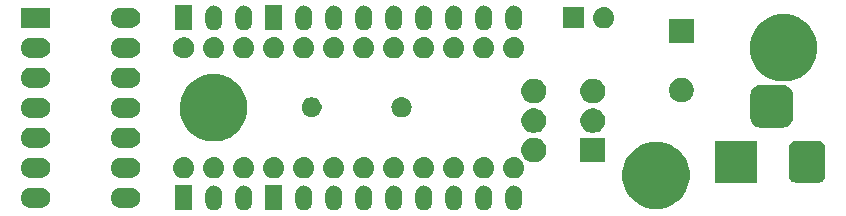
<source format=gbr>
G04 #@! TF.GenerationSoftware,KiCad,Pcbnew,(5.1.4)-1*
G04 #@! TF.CreationDate,2019-11-22T14:09:29+01:00*
G04 #@! TF.ProjectId,ArtNetNode1.3,4172744e-6574-44e6-9f64-65312e332e6b,rev?*
G04 #@! TF.SameCoordinates,Original*
G04 #@! TF.FileFunction,Soldermask,Top*
G04 #@! TF.FilePolarity,Negative*
%FSLAX46Y46*%
G04 Gerber Fmt 4.6, Leading zero omitted, Abs format (unit mm)*
G04 Created by KiCad (PCBNEW (5.1.4)-1) date 2019-11-22 14:09:29*
%MOMM*%
%LPD*%
G04 APERTURE LIST*
%ADD10C,0.100000*%
G04 APERTURE END LIST*
D10*
G36*
X177947420Y-72619143D02*
G01*
X178079556Y-72659227D01*
X178079558Y-72659228D01*
X178201338Y-72724320D01*
X178201340Y-72724321D01*
X178201339Y-72724321D01*
X178308080Y-72811920D01*
X178315789Y-72821314D01*
X178395680Y-72918661D01*
X178411894Y-72948996D01*
X178460773Y-73040443D01*
X178500857Y-73172579D01*
X178511000Y-73275568D01*
X178511000Y-74044432D01*
X178500857Y-74147421D01*
X178465292Y-74264659D01*
X178460772Y-74279559D01*
X178395680Y-74401339D01*
X178308080Y-74508080D01*
X178201339Y-74595680D01*
X178182031Y-74606000D01*
X178079557Y-74660773D01*
X177947421Y-74700857D01*
X177810000Y-74714391D01*
X177672580Y-74700857D01*
X177540444Y-74660773D01*
X177437970Y-74606000D01*
X177418662Y-74595680D01*
X177311921Y-74508080D01*
X177224321Y-74401339D01*
X177159229Y-74279559D01*
X177154709Y-74264659D01*
X177119143Y-74147421D01*
X177109000Y-74044432D01*
X177109000Y-73275569D01*
X177119143Y-73172580D01*
X177159227Y-73040444D01*
X177159229Y-73040441D01*
X177224320Y-72918662D01*
X177240029Y-72899520D01*
X177311920Y-72811920D01*
X177418660Y-72724321D01*
X177418659Y-72724321D01*
X177418661Y-72724320D01*
X177540441Y-72659228D01*
X177540443Y-72659227D01*
X177672579Y-72619143D01*
X177810000Y-72605609D01*
X177947420Y-72619143D01*
X177947420Y-72619143D01*
G37*
G36*
X180487420Y-72619143D02*
G01*
X180619556Y-72659227D01*
X180619558Y-72659228D01*
X180741338Y-72724320D01*
X180741340Y-72724321D01*
X180741339Y-72724321D01*
X180848080Y-72811920D01*
X180855789Y-72821314D01*
X180935680Y-72918661D01*
X180951894Y-72948996D01*
X181000773Y-73040443D01*
X181040857Y-73172579D01*
X181051000Y-73275568D01*
X181051000Y-74044432D01*
X181040857Y-74147421D01*
X181005292Y-74264659D01*
X181000772Y-74279559D01*
X180935680Y-74401339D01*
X180848080Y-74508080D01*
X180741339Y-74595680D01*
X180722031Y-74606000D01*
X180619557Y-74660773D01*
X180487421Y-74700857D01*
X180350000Y-74714391D01*
X180212580Y-74700857D01*
X180080444Y-74660773D01*
X179977970Y-74606000D01*
X179958662Y-74595680D01*
X179851921Y-74508080D01*
X179764321Y-74401339D01*
X179699229Y-74279559D01*
X179694709Y-74264659D01*
X179659143Y-74147421D01*
X179649000Y-74044432D01*
X179649000Y-73275569D01*
X179659143Y-73172580D01*
X179699227Y-73040444D01*
X179699229Y-73040441D01*
X179764320Y-72918662D01*
X179780029Y-72899520D01*
X179851920Y-72811920D01*
X179958660Y-72724321D01*
X179958659Y-72724321D01*
X179958661Y-72724320D01*
X180080441Y-72659228D01*
X180080443Y-72659227D01*
X180212579Y-72619143D01*
X180350000Y-72605609D01*
X180487420Y-72619143D01*
X180487420Y-72619143D01*
G37*
G36*
X198267420Y-72619143D02*
G01*
X198399556Y-72659227D01*
X198399558Y-72659228D01*
X198521338Y-72724320D01*
X198521340Y-72724321D01*
X198521339Y-72724321D01*
X198628080Y-72811920D01*
X198635789Y-72821314D01*
X198715680Y-72918661D01*
X198731894Y-72948996D01*
X198780773Y-73040443D01*
X198820857Y-73172579D01*
X198831000Y-73275568D01*
X198831000Y-74044432D01*
X198820857Y-74147421D01*
X198785292Y-74264659D01*
X198780772Y-74279559D01*
X198715680Y-74401339D01*
X198628080Y-74508080D01*
X198521339Y-74595680D01*
X198502031Y-74606000D01*
X198399557Y-74660773D01*
X198267421Y-74700857D01*
X198130000Y-74714391D01*
X197992580Y-74700857D01*
X197860444Y-74660773D01*
X197757970Y-74606000D01*
X197738662Y-74595680D01*
X197631921Y-74508080D01*
X197544321Y-74401339D01*
X197479229Y-74279559D01*
X197474709Y-74264659D01*
X197439143Y-74147421D01*
X197429000Y-74044432D01*
X197429000Y-73275569D01*
X197439143Y-73172580D01*
X197479227Y-73040444D01*
X197479229Y-73040441D01*
X197544320Y-72918662D01*
X197560029Y-72899520D01*
X197631920Y-72811920D01*
X197738660Y-72724321D01*
X197738659Y-72724321D01*
X197738661Y-72724320D01*
X197860441Y-72659228D01*
X197860443Y-72659227D01*
X197992579Y-72619143D01*
X198130000Y-72605609D01*
X198267420Y-72619143D01*
X198267420Y-72619143D01*
G37*
G36*
X200807420Y-72619143D02*
G01*
X200939556Y-72659227D01*
X200939558Y-72659228D01*
X201061338Y-72724320D01*
X201061340Y-72724321D01*
X201061339Y-72724321D01*
X201168080Y-72811920D01*
X201175789Y-72821314D01*
X201255680Y-72918661D01*
X201271894Y-72948996D01*
X201320773Y-73040443D01*
X201360857Y-73172579D01*
X201371000Y-73275568D01*
X201371000Y-74044432D01*
X201360857Y-74147421D01*
X201325292Y-74264659D01*
X201320772Y-74279559D01*
X201255680Y-74401339D01*
X201168080Y-74508080D01*
X201061339Y-74595680D01*
X201042031Y-74606000D01*
X200939557Y-74660773D01*
X200807421Y-74700857D01*
X200670000Y-74714391D01*
X200532580Y-74700857D01*
X200400444Y-74660773D01*
X200297970Y-74606000D01*
X200278662Y-74595680D01*
X200171921Y-74508080D01*
X200084321Y-74401339D01*
X200019229Y-74279559D01*
X200014709Y-74264659D01*
X199979143Y-74147421D01*
X199969000Y-74044432D01*
X199969000Y-73275569D01*
X199979143Y-73172580D01*
X200019227Y-73040444D01*
X200019229Y-73040441D01*
X200084320Y-72918662D01*
X200100029Y-72899520D01*
X200171920Y-72811920D01*
X200278660Y-72724321D01*
X200278659Y-72724321D01*
X200278661Y-72724320D01*
X200400441Y-72659228D01*
X200400443Y-72659227D01*
X200532579Y-72619143D01*
X200670000Y-72605609D01*
X200807420Y-72619143D01*
X200807420Y-72619143D01*
G37*
G36*
X195727420Y-72619143D02*
G01*
X195859556Y-72659227D01*
X195859558Y-72659228D01*
X195981338Y-72724320D01*
X195981340Y-72724321D01*
X195981339Y-72724321D01*
X196088080Y-72811920D01*
X196095789Y-72821314D01*
X196175680Y-72918661D01*
X196191894Y-72948996D01*
X196240773Y-73040443D01*
X196280857Y-73172579D01*
X196291000Y-73275568D01*
X196291000Y-74044432D01*
X196280857Y-74147421D01*
X196245292Y-74264659D01*
X196240772Y-74279559D01*
X196175680Y-74401339D01*
X196088080Y-74508080D01*
X195981339Y-74595680D01*
X195962031Y-74606000D01*
X195859557Y-74660773D01*
X195727421Y-74700857D01*
X195590000Y-74714391D01*
X195452580Y-74700857D01*
X195320444Y-74660773D01*
X195217970Y-74606000D01*
X195198662Y-74595680D01*
X195091921Y-74508080D01*
X195004321Y-74401339D01*
X194939229Y-74279559D01*
X194934709Y-74264659D01*
X194899143Y-74147421D01*
X194889000Y-74044432D01*
X194889000Y-73275569D01*
X194899143Y-73172580D01*
X194939227Y-73040444D01*
X194939229Y-73040441D01*
X195004320Y-72918662D01*
X195020029Y-72899520D01*
X195091920Y-72811920D01*
X195198660Y-72724321D01*
X195198659Y-72724321D01*
X195198661Y-72724320D01*
X195320441Y-72659228D01*
X195320443Y-72659227D01*
X195452579Y-72619143D01*
X195590000Y-72605609D01*
X195727420Y-72619143D01*
X195727420Y-72619143D01*
G37*
G36*
X203347420Y-72619143D02*
G01*
X203479556Y-72659227D01*
X203479558Y-72659228D01*
X203601338Y-72724320D01*
X203601340Y-72724321D01*
X203601339Y-72724321D01*
X203708080Y-72811920D01*
X203715789Y-72821314D01*
X203795680Y-72918661D01*
X203811894Y-72948996D01*
X203860773Y-73040443D01*
X203900857Y-73172579D01*
X203911000Y-73275568D01*
X203911000Y-74044432D01*
X203900857Y-74147421D01*
X203865292Y-74264659D01*
X203860772Y-74279559D01*
X203795680Y-74401339D01*
X203708080Y-74508080D01*
X203601339Y-74595680D01*
X203582031Y-74606000D01*
X203479557Y-74660773D01*
X203347421Y-74700857D01*
X203210000Y-74714391D01*
X203072580Y-74700857D01*
X202940444Y-74660773D01*
X202837970Y-74606000D01*
X202818662Y-74595680D01*
X202711921Y-74508080D01*
X202624321Y-74401339D01*
X202559229Y-74279559D01*
X202554709Y-74264659D01*
X202519143Y-74147421D01*
X202509000Y-74044432D01*
X202509000Y-73275569D01*
X202519143Y-73172580D01*
X202559227Y-73040444D01*
X202559229Y-73040441D01*
X202624320Y-72918662D01*
X202640029Y-72899520D01*
X202711920Y-72811920D01*
X202818660Y-72724321D01*
X202818659Y-72724321D01*
X202818661Y-72724320D01*
X202940441Y-72659228D01*
X202940443Y-72659227D01*
X203072579Y-72619143D01*
X203210000Y-72605609D01*
X203347420Y-72619143D01*
X203347420Y-72619143D01*
G37*
G36*
X190647420Y-72619143D02*
G01*
X190779556Y-72659227D01*
X190779558Y-72659228D01*
X190901338Y-72724320D01*
X190901340Y-72724321D01*
X190901339Y-72724321D01*
X191008080Y-72811920D01*
X191015789Y-72821314D01*
X191095680Y-72918661D01*
X191111894Y-72948996D01*
X191160773Y-73040443D01*
X191200857Y-73172579D01*
X191211000Y-73275568D01*
X191211000Y-74044432D01*
X191200857Y-74147421D01*
X191165292Y-74264659D01*
X191160772Y-74279559D01*
X191095680Y-74401339D01*
X191008080Y-74508080D01*
X190901339Y-74595680D01*
X190882031Y-74606000D01*
X190779557Y-74660773D01*
X190647421Y-74700857D01*
X190510000Y-74714391D01*
X190372580Y-74700857D01*
X190240444Y-74660773D01*
X190137970Y-74606000D01*
X190118662Y-74595680D01*
X190011921Y-74508080D01*
X189924321Y-74401339D01*
X189859229Y-74279559D01*
X189854709Y-74264659D01*
X189819143Y-74147421D01*
X189809000Y-74044432D01*
X189809000Y-73275569D01*
X189819143Y-73172580D01*
X189859227Y-73040444D01*
X189859229Y-73040441D01*
X189924320Y-72918662D01*
X189940029Y-72899520D01*
X190011920Y-72811920D01*
X190118660Y-72724321D01*
X190118659Y-72724321D01*
X190118661Y-72724320D01*
X190240441Y-72659228D01*
X190240443Y-72659227D01*
X190372579Y-72619143D01*
X190510000Y-72605609D01*
X190647420Y-72619143D01*
X190647420Y-72619143D01*
G37*
G36*
X193187420Y-72619143D02*
G01*
X193319556Y-72659227D01*
X193319558Y-72659228D01*
X193441338Y-72724320D01*
X193441340Y-72724321D01*
X193441339Y-72724321D01*
X193548080Y-72811920D01*
X193555789Y-72821314D01*
X193635680Y-72918661D01*
X193651894Y-72948996D01*
X193700773Y-73040443D01*
X193740857Y-73172579D01*
X193751000Y-73275568D01*
X193751000Y-74044432D01*
X193740857Y-74147421D01*
X193705292Y-74264659D01*
X193700772Y-74279559D01*
X193635680Y-74401339D01*
X193548080Y-74508080D01*
X193441339Y-74595680D01*
X193422031Y-74606000D01*
X193319557Y-74660773D01*
X193187421Y-74700857D01*
X193050000Y-74714391D01*
X192912580Y-74700857D01*
X192780444Y-74660773D01*
X192677970Y-74606000D01*
X192658662Y-74595680D01*
X192551921Y-74508080D01*
X192464321Y-74401339D01*
X192399229Y-74279559D01*
X192394709Y-74264659D01*
X192359143Y-74147421D01*
X192349000Y-74044432D01*
X192349000Y-73275569D01*
X192359143Y-73172580D01*
X192399227Y-73040444D01*
X192399229Y-73040441D01*
X192464320Y-72918662D01*
X192480029Y-72899520D01*
X192551920Y-72811920D01*
X192658660Y-72724321D01*
X192658659Y-72724321D01*
X192658661Y-72724320D01*
X192780441Y-72659228D01*
X192780443Y-72659227D01*
X192912579Y-72619143D01*
X193050000Y-72605609D01*
X193187420Y-72619143D01*
X193187420Y-72619143D01*
G37*
G36*
X185567420Y-72619143D02*
G01*
X185699556Y-72659227D01*
X185699558Y-72659228D01*
X185821338Y-72724320D01*
X185821340Y-72724321D01*
X185821339Y-72724321D01*
X185928080Y-72811920D01*
X185935789Y-72821314D01*
X186015680Y-72918661D01*
X186031894Y-72948996D01*
X186080773Y-73040443D01*
X186120857Y-73172579D01*
X186131000Y-73275568D01*
X186131000Y-74044432D01*
X186120857Y-74147421D01*
X186085292Y-74264659D01*
X186080772Y-74279559D01*
X186015680Y-74401339D01*
X185928080Y-74508080D01*
X185821339Y-74595680D01*
X185802031Y-74606000D01*
X185699557Y-74660773D01*
X185567421Y-74700857D01*
X185430000Y-74714391D01*
X185292580Y-74700857D01*
X185160444Y-74660773D01*
X185057970Y-74606000D01*
X185038662Y-74595680D01*
X184931921Y-74508080D01*
X184844321Y-74401339D01*
X184779229Y-74279559D01*
X184774709Y-74264659D01*
X184739143Y-74147421D01*
X184729000Y-74044432D01*
X184729000Y-73275569D01*
X184739143Y-73172580D01*
X184779227Y-73040444D01*
X184779229Y-73040441D01*
X184844320Y-72918662D01*
X184860029Y-72899520D01*
X184931920Y-72811920D01*
X185038660Y-72724321D01*
X185038659Y-72724321D01*
X185038661Y-72724320D01*
X185160441Y-72659228D01*
X185160443Y-72659227D01*
X185292579Y-72619143D01*
X185430000Y-72605609D01*
X185567420Y-72619143D01*
X185567420Y-72619143D01*
G37*
G36*
X188107420Y-72619143D02*
G01*
X188239556Y-72659227D01*
X188239558Y-72659228D01*
X188361338Y-72724320D01*
X188361340Y-72724321D01*
X188361339Y-72724321D01*
X188468080Y-72811920D01*
X188475789Y-72821314D01*
X188555680Y-72918661D01*
X188571894Y-72948996D01*
X188620773Y-73040443D01*
X188660857Y-73172579D01*
X188671000Y-73275568D01*
X188671000Y-74044432D01*
X188660857Y-74147421D01*
X188625292Y-74264659D01*
X188620772Y-74279559D01*
X188555680Y-74401339D01*
X188468080Y-74508080D01*
X188361339Y-74595680D01*
X188342031Y-74606000D01*
X188239557Y-74660773D01*
X188107421Y-74700857D01*
X187970000Y-74714391D01*
X187832580Y-74700857D01*
X187700444Y-74660773D01*
X187597970Y-74606000D01*
X187578662Y-74595680D01*
X187471921Y-74508080D01*
X187384321Y-74401339D01*
X187319229Y-74279559D01*
X187314709Y-74264659D01*
X187279143Y-74147421D01*
X187269000Y-74044432D01*
X187269000Y-73275569D01*
X187279143Y-73172580D01*
X187319227Y-73040444D01*
X187319229Y-73040441D01*
X187384320Y-72918662D01*
X187400029Y-72899520D01*
X187471920Y-72811920D01*
X187578660Y-72724321D01*
X187578659Y-72724321D01*
X187578661Y-72724320D01*
X187700441Y-72659228D01*
X187700443Y-72659227D01*
X187832579Y-72619143D01*
X187970000Y-72605609D01*
X188107420Y-72619143D01*
X188107420Y-72619143D01*
G37*
G36*
X175971000Y-74711000D02*
G01*
X174569000Y-74711000D01*
X174569000Y-72609000D01*
X175971000Y-72609000D01*
X175971000Y-74711000D01*
X175971000Y-74711000D01*
G37*
G36*
X183591000Y-74711000D02*
G01*
X182189000Y-74711000D01*
X182189000Y-72609000D01*
X183591000Y-72609000D01*
X183591000Y-74711000D01*
X183591000Y-74711000D01*
G37*
G36*
X215684876Y-68931664D02*
G01*
X216096606Y-69013562D01*
X216615455Y-69228476D01*
X216900125Y-69418687D01*
X217066927Y-69530140D01*
X217082407Y-69540484D01*
X217479516Y-69937593D01*
X217791524Y-70404545D01*
X217952328Y-70792761D01*
X218006438Y-70923395D01*
X218114462Y-71466466D01*
X218116000Y-71474201D01*
X218116000Y-72035799D01*
X218006438Y-72586606D01*
X217791524Y-73105455D01*
X217541579Y-73479524D01*
X217479517Y-73572406D01*
X217082406Y-73969517D01*
X216989524Y-74031579D01*
X216615455Y-74281524D01*
X216096606Y-74496438D01*
X215545800Y-74606000D01*
X214984200Y-74606000D01*
X214433394Y-74496438D01*
X213914545Y-74281524D01*
X213540476Y-74031579D01*
X213447594Y-73969517D01*
X213050483Y-73572406D01*
X212988421Y-73479524D01*
X212738476Y-73105455D01*
X212523562Y-72586606D01*
X212414000Y-72035799D01*
X212414000Y-71474201D01*
X212415539Y-71466466D01*
X212523562Y-70923395D01*
X212577672Y-70792761D01*
X212738476Y-70404545D01*
X213050484Y-69937593D01*
X213447593Y-69540484D01*
X213463074Y-69530140D01*
X213629875Y-69418687D01*
X213914545Y-69228476D01*
X214433394Y-69013562D01*
X214845124Y-68931664D01*
X214984200Y-68904000D01*
X215545800Y-68904000D01*
X215684876Y-68931664D01*
X215684876Y-68931664D01*
G37*
G36*
X170912623Y-72821313D02*
G01*
X171073042Y-72869976D01*
X171164123Y-72918660D01*
X171220878Y-72948996D01*
X171350459Y-73055341D01*
X171456804Y-73184922D01*
X171456805Y-73184924D01*
X171535824Y-73332758D01*
X171584487Y-73493177D01*
X171600917Y-73660000D01*
X171584487Y-73826823D01*
X171535824Y-73987242D01*
X171505257Y-74044429D01*
X171456804Y-74135078D01*
X171350459Y-74264659D01*
X171220878Y-74371004D01*
X171220876Y-74371005D01*
X171073042Y-74450024D01*
X170912623Y-74498687D01*
X170787604Y-74511000D01*
X169903996Y-74511000D01*
X169778977Y-74498687D01*
X169618558Y-74450024D01*
X169470724Y-74371005D01*
X169470722Y-74371004D01*
X169341141Y-74264659D01*
X169234796Y-74135078D01*
X169186343Y-74044429D01*
X169155776Y-73987242D01*
X169107113Y-73826823D01*
X169090683Y-73660000D01*
X169107113Y-73493177D01*
X169155776Y-73332758D01*
X169234795Y-73184924D01*
X169234796Y-73184922D01*
X169341141Y-73055341D01*
X169470722Y-72948996D01*
X169527477Y-72918660D01*
X169618558Y-72869976D01*
X169778977Y-72821313D01*
X169903996Y-72809000D01*
X170787604Y-72809000D01*
X170912623Y-72821313D01*
X170912623Y-72821313D01*
G37*
G36*
X163292623Y-72821313D02*
G01*
X163453042Y-72869976D01*
X163544123Y-72918660D01*
X163600878Y-72948996D01*
X163730459Y-73055341D01*
X163836804Y-73184922D01*
X163836805Y-73184924D01*
X163915824Y-73332758D01*
X163964487Y-73493177D01*
X163980917Y-73660000D01*
X163964487Y-73826823D01*
X163915824Y-73987242D01*
X163885257Y-74044429D01*
X163836804Y-74135078D01*
X163730459Y-74264659D01*
X163600878Y-74371004D01*
X163600876Y-74371005D01*
X163453042Y-74450024D01*
X163292623Y-74498687D01*
X163167604Y-74511000D01*
X162283996Y-74511000D01*
X162158977Y-74498687D01*
X161998558Y-74450024D01*
X161850724Y-74371005D01*
X161850722Y-74371004D01*
X161721141Y-74264659D01*
X161614796Y-74135078D01*
X161566343Y-74044429D01*
X161535776Y-73987242D01*
X161487113Y-73826823D01*
X161470683Y-73660000D01*
X161487113Y-73493177D01*
X161535776Y-73332758D01*
X161614795Y-73184924D01*
X161614796Y-73184922D01*
X161721141Y-73055341D01*
X161850722Y-72948996D01*
X161907477Y-72918660D01*
X161998558Y-72869976D01*
X162158977Y-72821313D01*
X162283996Y-72809000D01*
X163167604Y-72809000D01*
X163292623Y-72821313D01*
X163292623Y-72821313D01*
G37*
G36*
X229020979Y-68825293D02*
G01*
X229154625Y-68865834D01*
X229277784Y-68931664D01*
X229385740Y-69020260D01*
X229474336Y-69128216D01*
X229540166Y-69251375D01*
X229580707Y-69385021D01*
X229595000Y-69530140D01*
X229595000Y-71693860D01*
X229580707Y-71838979D01*
X229540166Y-71972625D01*
X229474336Y-72095784D01*
X229385740Y-72203740D01*
X229277784Y-72292336D01*
X229154625Y-72358166D01*
X229020979Y-72398707D01*
X228875860Y-72413000D01*
X227212140Y-72413000D01*
X227067021Y-72398707D01*
X226933375Y-72358166D01*
X226810216Y-72292336D01*
X226702260Y-72203740D01*
X226613664Y-72095784D01*
X226547834Y-71972625D01*
X226507293Y-71838979D01*
X226493000Y-71693860D01*
X226493000Y-69530140D01*
X226507293Y-69385021D01*
X226547834Y-69251375D01*
X226613664Y-69128216D01*
X226702260Y-69020260D01*
X226810216Y-68931664D01*
X226933375Y-68865834D01*
X227067021Y-68825293D01*
X227212140Y-68811000D01*
X228875860Y-68811000D01*
X229020979Y-68825293D01*
X229020979Y-68825293D01*
G37*
G36*
X223845000Y-72413000D02*
G01*
X220243000Y-72413000D01*
X220243000Y-68811000D01*
X223845000Y-68811000D01*
X223845000Y-72413000D01*
X223845000Y-72413000D01*
G37*
G36*
X203310442Y-70225518D02*
G01*
X203376627Y-70232037D01*
X203546466Y-70283557D01*
X203546468Y-70283558D01*
X203624729Y-70325390D01*
X203702991Y-70367222D01*
X203738729Y-70396552D01*
X203840186Y-70479814D01*
X203923448Y-70581271D01*
X203952778Y-70617009D01*
X204036443Y-70773534D01*
X204087963Y-70943373D01*
X204105359Y-71120000D01*
X204087963Y-71296627D01*
X204036443Y-71466466D01*
X203952778Y-71622991D01*
X203923448Y-71658729D01*
X203840186Y-71760186D01*
X203744175Y-71838979D01*
X203702991Y-71872778D01*
X203546466Y-71956443D01*
X203376627Y-72007963D01*
X203310443Y-72014481D01*
X203244260Y-72021000D01*
X203155740Y-72021000D01*
X203089557Y-72014481D01*
X203023373Y-72007963D01*
X202853534Y-71956443D01*
X202697009Y-71872778D01*
X202655825Y-71838979D01*
X202559814Y-71760186D01*
X202476552Y-71658729D01*
X202447222Y-71622991D01*
X202363557Y-71466466D01*
X202312037Y-71296627D01*
X202294641Y-71120000D01*
X202312037Y-70943373D01*
X202363557Y-70773534D01*
X202447222Y-70617009D01*
X202476552Y-70581271D01*
X202559814Y-70479814D01*
X202661271Y-70396552D01*
X202697009Y-70367222D01*
X202775271Y-70325390D01*
X202853532Y-70283558D01*
X202853534Y-70283557D01*
X203023373Y-70232037D01*
X203089558Y-70225518D01*
X203155740Y-70219000D01*
X203244260Y-70219000D01*
X203310442Y-70225518D01*
X203310442Y-70225518D01*
G37*
G36*
X175370442Y-70225518D02*
G01*
X175436627Y-70232037D01*
X175606466Y-70283557D01*
X175606468Y-70283558D01*
X175684729Y-70325390D01*
X175762991Y-70367222D01*
X175798729Y-70396552D01*
X175900186Y-70479814D01*
X175983448Y-70581271D01*
X176012778Y-70617009D01*
X176096443Y-70773534D01*
X176147963Y-70943373D01*
X176165359Y-71120000D01*
X176147963Y-71296627D01*
X176096443Y-71466466D01*
X176012778Y-71622991D01*
X175983448Y-71658729D01*
X175900186Y-71760186D01*
X175804175Y-71838979D01*
X175762991Y-71872778D01*
X175606466Y-71956443D01*
X175436627Y-72007963D01*
X175370443Y-72014481D01*
X175304260Y-72021000D01*
X175215740Y-72021000D01*
X175149557Y-72014481D01*
X175083373Y-72007963D01*
X174913534Y-71956443D01*
X174757009Y-71872778D01*
X174715825Y-71838979D01*
X174619814Y-71760186D01*
X174536552Y-71658729D01*
X174507222Y-71622991D01*
X174423557Y-71466466D01*
X174372037Y-71296627D01*
X174354641Y-71120000D01*
X174372037Y-70943373D01*
X174423557Y-70773534D01*
X174507222Y-70617009D01*
X174536552Y-70581271D01*
X174619814Y-70479814D01*
X174721271Y-70396552D01*
X174757009Y-70367222D01*
X174835271Y-70325390D01*
X174913532Y-70283558D01*
X174913534Y-70283557D01*
X175083373Y-70232037D01*
X175149558Y-70225518D01*
X175215740Y-70219000D01*
X175304260Y-70219000D01*
X175370442Y-70225518D01*
X175370442Y-70225518D01*
G37*
G36*
X180450442Y-70225518D02*
G01*
X180516627Y-70232037D01*
X180686466Y-70283557D01*
X180686468Y-70283558D01*
X180764729Y-70325390D01*
X180842991Y-70367222D01*
X180878729Y-70396552D01*
X180980186Y-70479814D01*
X181063448Y-70581271D01*
X181092778Y-70617009D01*
X181176443Y-70773534D01*
X181227963Y-70943373D01*
X181245359Y-71120000D01*
X181227963Y-71296627D01*
X181176443Y-71466466D01*
X181092778Y-71622991D01*
X181063448Y-71658729D01*
X180980186Y-71760186D01*
X180884175Y-71838979D01*
X180842991Y-71872778D01*
X180686466Y-71956443D01*
X180516627Y-72007963D01*
X180450443Y-72014481D01*
X180384260Y-72021000D01*
X180295740Y-72021000D01*
X180229557Y-72014481D01*
X180163373Y-72007963D01*
X179993534Y-71956443D01*
X179837009Y-71872778D01*
X179795825Y-71838979D01*
X179699814Y-71760186D01*
X179616552Y-71658729D01*
X179587222Y-71622991D01*
X179503557Y-71466466D01*
X179452037Y-71296627D01*
X179434641Y-71120000D01*
X179452037Y-70943373D01*
X179503557Y-70773534D01*
X179587222Y-70617009D01*
X179616552Y-70581271D01*
X179699814Y-70479814D01*
X179801271Y-70396552D01*
X179837009Y-70367222D01*
X179915271Y-70325390D01*
X179993532Y-70283558D01*
X179993534Y-70283557D01*
X180163373Y-70232037D01*
X180229558Y-70225518D01*
X180295740Y-70219000D01*
X180384260Y-70219000D01*
X180450442Y-70225518D01*
X180450442Y-70225518D01*
G37*
G36*
X182990442Y-70225518D02*
G01*
X183056627Y-70232037D01*
X183226466Y-70283557D01*
X183226468Y-70283558D01*
X183304729Y-70325390D01*
X183382991Y-70367222D01*
X183418729Y-70396552D01*
X183520186Y-70479814D01*
X183603448Y-70581271D01*
X183632778Y-70617009D01*
X183716443Y-70773534D01*
X183767963Y-70943373D01*
X183785359Y-71120000D01*
X183767963Y-71296627D01*
X183716443Y-71466466D01*
X183632778Y-71622991D01*
X183603448Y-71658729D01*
X183520186Y-71760186D01*
X183424175Y-71838979D01*
X183382991Y-71872778D01*
X183226466Y-71956443D01*
X183056627Y-72007963D01*
X182990443Y-72014481D01*
X182924260Y-72021000D01*
X182835740Y-72021000D01*
X182769557Y-72014481D01*
X182703373Y-72007963D01*
X182533534Y-71956443D01*
X182377009Y-71872778D01*
X182335825Y-71838979D01*
X182239814Y-71760186D01*
X182156552Y-71658729D01*
X182127222Y-71622991D01*
X182043557Y-71466466D01*
X181992037Y-71296627D01*
X181974641Y-71120000D01*
X181992037Y-70943373D01*
X182043557Y-70773534D01*
X182127222Y-70617009D01*
X182156552Y-70581271D01*
X182239814Y-70479814D01*
X182341271Y-70396552D01*
X182377009Y-70367222D01*
X182455271Y-70325390D01*
X182533532Y-70283558D01*
X182533534Y-70283557D01*
X182703373Y-70232037D01*
X182769558Y-70225518D01*
X182835740Y-70219000D01*
X182924260Y-70219000D01*
X182990442Y-70225518D01*
X182990442Y-70225518D01*
G37*
G36*
X185530442Y-70225518D02*
G01*
X185596627Y-70232037D01*
X185766466Y-70283557D01*
X185766468Y-70283558D01*
X185844729Y-70325390D01*
X185922991Y-70367222D01*
X185958729Y-70396552D01*
X186060186Y-70479814D01*
X186143448Y-70581271D01*
X186172778Y-70617009D01*
X186256443Y-70773534D01*
X186307963Y-70943373D01*
X186325359Y-71120000D01*
X186307963Y-71296627D01*
X186256443Y-71466466D01*
X186172778Y-71622991D01*
X186143448Y-71658729D01*
X186060186Y-71760186D01*
X185964175Y-71838979D01*
X185922991Y-71872778D01*
X185766466Y-71956443D01*
X185596627Y-72007963D01*
X185530443Y-72014481D01*
X185464260Y-72021000D01*
X185375740Y-72021000D01*
X185309557Y-72014481D01*
X185243373Y-72007963D01*
X185073534Y-71956443D01*
X184917009Y-71872778D01*
X184875825Y-71838979D01*
X184779814Y-71760186D01*
X184696552Y-71658729D01*
X184667222Y-71622991D01*
X184583557Y-71466466D01*
X184532037Y-71296627D01*
X184514641Y-71120000D01*
X184532037Y-70943373D01*
X184583557Y-70773534D01*
X184667222Y-70617009D01*
X184696552Y-70581271D01*
X184779814Y-70479814D01*
X184881271Y-70396552D01*
X184917009Y-70367222D01*
X184995271Y-70325390D01*
X185073532Y-70283558D01*
X185073534Y-70283557D01*
X185243373Y-70232037D01*
X185309558Y-70225518D01*
X185375740Y-70219000D01*
X185464260Y-70219000D01*
X185530442Y-70225518D01*
X185530442Y-70225518D01*
G37*
G36*
X188070442Y-70225518D02*
G01*
X188136627Y-70232037D01*
X188306466Y-70283557D01*
X188306468Y-70283558D01*
X188384729Y-70325390D01*
X188462991Y-70367222D01*
X188498729Y-70396552D01*
X188600186Y-70479814D01*
X188683448Y-70581271D01*
X188712778Y-70617009D01*
X188796443Y-70773534D01*
X188847963Y-70943373D01*
X188865359Y-71120000D01*
X188847963Y-71296627D01*
X188796443Y-71466466D01*
X188712778Y-71622991D01*
X188683448Y-71658729D01*
X188600186Y-71760186D01*
X188504175Y-71838979D01*
X188462991Y-71872778D01*
X188306466Y-71956443D01*
X188136627Y-72007963D01*
X188070443Y-72014481D01*
X188004260Y-72021000D01*
X187915740Y-72021000D01*
X187849557Y-72014481D01*
X187783373Y-72007963D01*
X187613534Y-71956443D01*
X187457009Y-71872778D01*
X187415825Y-71838979D01*
X187319814Y-71760186D01*
X187236552Y-71658729D01*
X187207222Y-71622991D01*
X187123557Y-71466466D01*
X187072037Y-71296627D01*
X187054641Y-71120000D01*
X187072037Y-70943373D01*
X187123557Y-70773534D01*
X187207222Y-70617009D01*
X187236552Y-70581271D01*
X187319814Y-70479814D01*
X187421271Y-70396552D01*
X187457009Y-70367222D01*
X187535271Y-70325390D01*
X187613532Y-70283558D01*
X187613534Y-70283557D01*
X187783373Y-70232037D01*
X187849558Y-70225518D01*
X187915740Y-70219000D01*
X188004260Y-70219000D01*
X188070442Y-70225518D01*
X188070442Y-70225518D01*
G37*
G36*
X193150442Y-70225518D02*
G01*
X193216627Y-70232037D01*
X193386466Y-70283557D01*
X193386468Y-70283558D01*
X193464729Y-70325390D01*
X193542991Y-70367222D01*
X193578729Y-70396552D01*
X193680186Y-70479814D01*
X193763448Y-70581271D01*
X193792778Y-70617009D01*
X193876443Y-70773534D01*
X193927963Y-70943373D01*
X193945359Y-71120000D01*
X193927963Y-71296627D01*
X193876443Y-71466466D01*
X193792778Y-71622991D01*
X193763448Y-71658729D01*
X193680186Y-71760186D01*
X193584175Y-71838979D01*
X193542991Y-71872778D01*
X193386466Y-71956443D01*
X193216627Y-72007963D01*
X193150443Y-72014481D01*
X193084260Y-72021000D01*
X192995740Y-72021000D01*
X192929557Y-72014481D01*
X192863373Y-72007963D01*
X192693534Y-71956443D01*
X192537009Y-71872778D01*
X192495825Y-71838979D01*
X192399814Y-71760186D01*
X192316552Y-71658729D01*
X192287222Y-71622991D01*
X192203557Y-71466466D01*
X192152037Y-71296627D01*
X192134641Y-71120000D01*
X192152037Y-70943373D01*
X192203557Y-70773534D01*
X192287222Y-70617009D01*
X192316552Y-70581271D01*
X192399814Y-70479814D01*
X192501271Y-70396552D01*
X192537009Y-70367222D01*
X192615271Y-70325390D01*
X192693532Y-70283558D01*
X192693534Y-70283557D01*
X192863373Y-70232037D01*
X192929558Y-70225518D01*
X192995740Y-70219000D01*
X193084260Y-70219000D01*
X193150442Y-70225518D01*
X193150442Y-70225518D01*
G37*
G36*
X195690442Y-70225518D02*
G01*
X195756627Y-70232037D01*
X195926466Y-70283557D01*
X195926468Y-70283558D01*
X196004729Y-70325390D01*
X196082991Y-70367222D01*
X196118729Y-70396552D01*
X196220186Y-70479814D01*
X196303448Y-70581271D01*
X196332778Y-70617009D01*
X196416443Y-70773534D01*
X196467963Y-70943373D01*
X196485359Y-71120000D01*
X196467963Y-71296627D01*
X196416443Y-71466466D01*
X196332778Y-71622991D01*
X196303448Y-71658729D01*
X196220186Y-71760186D01*
X196124175Y-71838979D01*
X196082991Y-71872778D01*
X195926466Y-71956443D01*
X195756627Y-72007963D01*
X195690443Y-72014481D01*
X195624260Y-72021000D01*
X195535740Y-72021000D01*
X195469557Y-72014481D01*
X195403373Y-72007963D01*
X195233534Y-71956443D01*
X195077009Y-71872778D01*
X195035825Y-71838979D01*
X194939814Y-71760186D01*
X194856552Y-71658729D01*
X194827222Y-71622991D01*
X194743557Y-71466466D01*
X194692037Y-71296627D01*
X194674641Y-71120000D01*
X194692037Y-70943373D01*
X194743557Y-70773534D01*
X194827222Y-70617009D01*
X194856552Y-70581271D01*
X194939814Y-70479814D01*
X195041271Y-70396552D01*
X195077009Y-70367222D01*
X195155271Y-70325390D01*
X195233532Y-70283558D01*
X195233534Y-70283557D01*
X195403373Y-70232037D01*
X195469558Y-70225518D01*
X195535740Y-70219000D01*
X195624260Y-70219000D01*
X195690442Y-70225518D01*
X195690442Y-70225518D01*
G37*
G36*
X198230442Y-70225518D02*
G01*
X198296627Y-70232037D01*
X198466466Y-70283557D01*
X198466468Y-70283558D01*
X198544729Y-70325390D01*
X198622991Y-70367222D01*
X198658729Y-70396552D01*
X198760186Y-70479814D01*
X198843448Y-70581271D01*
X198872778Y-70617009D01*
X198956443Y-70773534D01*
X199007963Y-70943373D01*
X199025359Y-71120000D01*
X199007963Y-71296627D01*
X198956443Y-71466466D01*
X198872778Y-71622991D01*
X198843448Y-71658729D01*
X198760186Y-71760186D01*
X198664175Y-71838979D01*
X198622991Y-71872778D01*
X198466466Y-71956443D01*
X198296627Y-72007963D01*
X198230443Y-72014481D01*
X198164260Y-72021000D01*
X198075740Y-72021000D01*
X198009557Y-72014481D01*
X197943373Y-72007963D01*
X197773534Y-71956443D01*
X197617009Y-71872778D01*
X197575825Y-71838979D01*
X197479814Y-71760186D01*
X197396552Y-71658729D01*
X197367222Y-71622991D01*
X197283557Y-71466466D01*
X197232037Y-71296627D01*
X197214641Y-71120000D01*
X197232037Y-70943373D01*
X197283557Y-70773534D01*
X197367222Y-70617009D01*
X197396552Y-70581271D01*
X197479814Y-70479814D01*
X197581271Y-70396552D01*
X197617009Y-70367222D01*
X197695271Y-70325390D01*
X197773532Y-70283558D01*
X197773534Y-70283557D01*
X197943373Y-70232037D01*
X198009558Y-70225518D01*
X198075740Y-70219000D01*
X198164260Y-70219000D01*
X198230442Y-70225518D01*
X198230442Y-70225518D01*
G37*
G36*
X200770442Y-70225518D02*
G01*
X200836627Y-70232037D01*
X201006466Y-70283557D01*
X201006468Y-70283558D01*
X201084729Y-70325390D01*
X201162991Y-70367222D01*
X201198729Y-70396552D01*
X201300186Y-70479814D01*
X201383448Y-70581271D01*
X201412778Y-70617009D01*
X201496443Y-70773534D01*
X201547963Y-70943373D01*
X201565359Y-71120000D01*
X201547963Y-71296627D01*
X201496443Y-71466466D01*
X201412778Y-71622991D01*
X201383448Y-71658729D01*
X201300186Y-71760186D01*
X201204175Y-71838979D01*
X201162991Y-71872778D01*
X201006466Y-71956443D01*
X200836627Y-72007963D01*
X200770443Y-72014481D01*
X200704260Y-72021000D01*
X200615740Y-72021000D01*
X200549557Y-72014481D01*
X200483373Y-72007963D01*
X200313534Y-71956443D01*
X200157009Y-71872778D01*
X200115825Y-71838979D01*
X200019814Y-71760186D01*
X199936552Y-71658729D01*
X199907222Y-71622991D01*
X199823557Y-71466466D01*
X199772037Y-71296627D01*
X199754641Y-71120000D01*
X199772037Y-70943373D01*
X199823557Y-70773534D01*
X199907222Y-70617009D01*
X199936552Y-70581271D01*
X200019814Y-70479814D01*
X200121271Y-70396552D01*
X200157009Y-70367222D01*
X200235271Y-70325390D01*
X200313532Y-70283558D01*
X200313534Y-70283557D01*
X200483373Y-70232037D01*
X200549558Y-70225518D01*
X200615740Y-70219000D01*
X200704260Y-70219000D01*
X200770442Y-70225518D01*
X200770442Y-70225518D01*
G37*
G36*
X177910442Y-70225518D02*
G01*
X177976627Y-70232037D01*
X178146466Y-70283557D01*
X178146468Y-70283558D01*
X178224729Y-70325390D01*
X178302991Y-70367222D01*
X178338729Y-70396552D01*
X178440186Y-70479814D01*
X178523448Y-70581271D01*
X178552778Y-70617009D01*
X178636443Y-70773534D01*
X178687963Y-70943373D01*
X178705359Y-71120000D01*
X178687963Y-71296627D01*
X178636443Y-71466466D01*
X178552778Y-71622991D01*
X178523448Y-71658729D01*
X178440186Y-71760186D01*
X178344175Y-71838979D01*
X178302991Y-71872778D01*
X178146466Y-71956443D01*
X177976627Y-72007963D01*
X177910443Y-72014481D01*
X177844260Y-72021000D01*
X177755740Y-72021000D01*
X177689557Y-72014481D01*
X177623373Y-72007963D01*
X177453534Y-71956443D01*
X177297009Y-71872778D01*
X177255825Y-71838979D01*
X177159814Y-71760186D01*
X177076552Y-71658729D01*
X177047222Y-71622991D01*
X176963557Y-71466466D01*
X176912037Y-71296627D01*
X176894641Y-71120000D01*
X176912037Y-70943373D01*
X176963557Y-70773534D01*
X177047222Y-70617009D01*
X177076552Y-70581271D01*
X177159814Y-70479814D01*
X177261271Y-70396552D01*
X177297009Y-70367222D01*
X177375271Y-70325390D01*
X177453532Y-70283558D01*
X177453534Y-70283557D01*
X177623373Y-70232037D01*
X177689558Y-70225518D01*
X177755740Y-70219000D01*
X177844260Y-70219000D01*
X177910442Y-70225518D01*
X177910442Y-70225518D01*
G37*
G36*
X190610442Y-70225518D02*
G01*
X190676627Y-70232037D01*
X190846466Y-70283557D01*
X190846468Y-70283558D01*
X190924729Y-70325390D01*
X191002991Y-70367222D01*
X191038729Y-70396552D01*
X191140186Y-70479814D01*
X191223448Y-70581271D01*
X191252778Y-70617009D01*
X191336443Y-70773534D01*
X191387963Y-70943373D01*
X191405359Y-71120000D01*
X191387963Y-71296627D01*
X191336443Y-71466466D01*
X191252778Y-71622991D01*
X191223448Y-71658729D01*
X191140186Y-71760186D01*
X191044175Y-71838979D01*
X191002991Y-71872778D01*
X190846466Y-71956443D01*
X190676627Y-72007963D01*
X190610443Y-72014481D01*
X190544260Y-72021000D01*
X190455740Y-72021000D01*
X190389557Y-72014481D01*
X190323373Y-72007963D01*
X190153534Y-71956443D01*
X189997009Y-71872778D01*
X189955825Y-71838979D01*
X189859814Y-71760186D01*
X189776552Y-71658729D01*
X189747222Y-71622991D01*
X189663557Y-71466466D01*
X189612037Y-71296627D01*
X189594641Y-71120000D01*
X189612037Y-70943373D01*
X189663557Y-70773534D01*
X189747222Y-70617009D01*
X189776552Y-70581271D01*
X189859814Y-70479814D01*
X189961271Y-70396552D01*
X189997009Y-70367222D01*
X190075271Y-70325390D01*
X190153532Y-70283558D01*
X190153534Y-70283557D01*
X190323373Y-70232037D01*
X190389558Y-70225518D01*
X190455740Y-70219000D01*
X190544260Y-70219000D01*
X190610442Y-70225518D01*
X190610442Y-70225518D01*
G37*
G36*
X170912623Y-70281313D02*
G01*
X171073042Y-70329976D01*
X171142722Y-70367221D01*
X171220878Y-70408996D01*
X171350459Y-70515341D01*
X171456804Y-70644922D01*
X171456805Y-70644924D01*
X171535824Y-70792758D01*
X171584487Y-70953177D01*
X171600917Y-71120000D01*
X171584487Y-71286823D01*
X171535824Y-71447242D01*
X171521414Y-71474201D01*
X171456804Y-71595078D01*
X171350459Y-71724659D01*
X171220878Y-71831004D01*
X171220876Y-71831005D01*
X171073042Y-71910024D01*
X170912623Y-71958687D01*
X170787604Y-71971000D01*
X169903996Y-71971000D01*
X169778977Y-71958687D01*
X169618558Y-71910024D01*
X169470724Y-71831005D01*
X169470722Y-71831004D01*
X169341141Y-71724659D01*
X169234796Y-71595078D01*
X169170186Y-71474201D01*
X169155776Y-71447242D01*
X169107113Y-71286823D01*
X169090683Y-71120000D01*
X169107113Y-70953177D01*
X169155776Y-70792758D01*
X169234795Y-70644924D01*
X169234796Y-70644922D01*
X169341141Y-70515341D01*
X169470722Y-70408996D01*
X169548878Y-70367221D01*
X169618558Y-70329976D01*
X169778977Y-70281313D01*
X169903996Y-70269000D01*
X170787604Y-70269000D01*
X170912623Y-70281313D01*
X170912623Y-70281313D01*
G37*
G36*
X163292623Y-70281313D02*
G01*
X163453042Y-70329976D01*
X163522722Y-70367221D01*
X163600878Y-70408996D01*
X163730459Y-70515341D01*
X163836804Y-70644922D01*
X163836805Y-70644924D01*
X163915824Y-70792758D01*
X163964487Y-70953177D01*
X163980917Y-71120000D01*
X163964487Y-71286823D01*
X163915824Y-71447242D01*
X163901414Y-71474201D01*
X163836804Y-71595078D01*
X163730459Y-71724659D01*
X163600878Y-71831004D01*
X163600876Y-71831005D01*
X163453042Y-71910024D01*
X163292623Y-71958687D01*
X163167604Y-71971000D01*
X162283996Y-71971000D01*
X162158977Y-71958687D01*
X161998558Y-71910024D01*
X161850724Y-71831005D01*
X161850722Y-71831004D01*
X161721141Y-71724659D01*
X161614796Y-71595078D01*
X161550186Y-71474201D01*
X161535776Y-71447242D01*
X161487113Y-71286823D01*
X161470683Y-71120000D01*
X161487113Y-70953177D01*
X161535776Y-70792758D01*
X161614795Y-70644924D01*
X161614796Y-70644922D01*
X161721141Y-70515341D01*
X161850722Y-70408996D01*
X161928878Y-70367221D01*
X161998558Y-70329976D01*
X162158977Y-70281313D01*
X162283996Y-70269000D01*
X163167604Y-70269000D01*
X163292623Y-70281313D01*
X163292623Y-70281313D01*
G37*
G36*
X210951000Y-70671000D02*
G01*
X208849000Y-70671000D01*
X208849000Y-68569000D01*
X210951000Y-68569000D01*
X210951000Y-70671000D01*
X210951000Y-70671000D01*
G37*
G36*
X205206564Y-68609389D02*
G01*
X205397833Y-68688615D01*
X205397835Y-68688616D01*
X205569973Y-68803635D01*
X205716365Y-68950027D01*
X205786557Y-69055076D01*
X205831385Y-69122167D01*
X205910611Y-69313436D01*
X205951000Y-69516484D01*
X205951000Y-69723516D01*
X205910611Y-69926564D01*
X205906042Y-69937594D01*
X205831384Y-70117835D01*
X205716365Y-70289973D01*
X205569973Y-70436365D01*
X205397835Y-70551384D01*
X205397834Y-70551385D01*
X205397833Y-70551385D01*
X205206564Y-70630611D01*
X205003516Y-70671000D01*
X204796484Y-70671000D01*
X204593436Y-70630611D01*
X204402167Y-70551385D01*
X204402166Y-70551385D01*
X204402165Y-70551384D01*
X204230027Y-70436365D01*
X204083635Y-70289973D01*
X203968616Y-70117835D01*
X203893958Y-69937594D01*
X203889389Y-69926564D01*
X203849000Y-69723516D01*
X203849000Y-69516484D01*
X203889389Y-69313436D01*
X203968615Y-69122167D01*
X204013444Y-69055076D01*
X204083635Y-68950027D01*
X204230027Y-68803635D01*
X204402165Y-68688616D01*
X204402167Y-68688615D01*
X204593436Y-68609389D01*
X204796484Y-68569000D01*
X205003516Y-68569000D01*
X205206564Y-68609389D01*
X205206564Y-68609389D01*
G37*
G36*
X163292623Y-67741313D02*
G01*
X163453042Y-67789976D01*
X163579196Y-67857407D01*
X163600878Y-67868996D01*
X163730459Y-67975341D01*
X163836804Y-68104922D01*
X163836805Y-68104924D01*
X163915824Y-68252758D01*
X163964487Y-68413177D01*
X163980917Y-68580000D01*
X163964487Y-68746823D01*
X163947253Y-68803635D01*
X163916808Y-68904000D01*
X163915824Y-68907242D01*
X163845858Y-69038139D01*
X163836804Y-69055078D01*
X163730459Y-69184659D01*
X163600878Y-69291004D01*
X163600876Y-69291005D01*
X163453042Y-69370024D01*
X163292623Y-69418687D01*
X163167604Y-69431000D01*
X162283996Y-69431000D01*
X162158977Y-69418687D01*
X161998558Y-69370024D01*
X161850724Y-69291005D01*
X161850722Y-69291004D01*
X161721141Y-69184659D01*
X161614796Y-69055078D01*
X161605742Y-69038139D01*
X161535776Y-68907242D01*
X161534793Y-68904000D01*
X161504347Y-68803635D01*
X161487113Y-68746823D01*
X161470683Y-68580000D01*
X161487113Y-68413177D01*
X161535776Y-68252758D01*
X161614795Y-68104924D01*
X161614796Y-68104922D01*
X161721141Y-67975341D01*
X161850722Y-67868996D01*
X161872404Y-67857407D01*
X161998558Y-67789976D01*
X162158977Y-67741313D01*
X162283996Y-67729000D01*
X163167604Y-67729000D01*
X163292623Y-67741313D01*
X163292623Y-67741313D01*
G37*
G36*
X170912623Y-67741313D02*
G01*
X171073042Y-67789976D01*
X171199196Y-67857407D01*
X171220878Y-67868996D01*
X171350459Y-67975341D01*
X171456804Y-68104922D01*
X171456805Y-68104924D01*
X171535824Y-68252758D01*
X171584487Y-68413177D01*
X171600917Y-68580000D01*
X171584487Y-68746823D01*
X171567253Y-68803635D01*
X171536808Y-68904000D01*
X171535824Y-68907242D01*
X171465858Y-69038139D01*
X171456804Y-69055078D01*
X171350459Y-69184659D01*
X171220878Y-69291004D01*
X171220876Y-69291005D01*
X171073042Y-69370024D01*
X170912623Y-69418687D01*
X170787604Y-69431000D01*
X169903996Y-69431000D01*
X169778977Y-69418687D01*
X169618558Y-69370024D01*
X169470724Y-69291005D01*
X169470722Y-69291004D01*
X169341141Y-69184659D01*
X169234796Y-69055078D01*
X169225742Y-69038139D01*
X169155776Y-68907242D01*
X169154793Y-68904000D01*
X169124347Y-68803635D01*
X169107113Y-68746823D01*
X169090683Y-68580000D01*
X169107113Y-68413177D01*
X169155776Y-68252758D01*
X169234795Y-68104924D01*
X169234796Y-68104922D01*
X169341141Y-67975341D01*
X169470722Y-67868996D01*
X169492404Y-67857407D01*
X169618558Y-67789976D01*
X169778977Y-67741313D01*
X169903996Y-67729000D01*
X170787604Y-67729000D01*
X170912623Y-67741313D01*
X170912623Y-67741313D01*
G37*
G36*
X178631606Y-63298562D02*
G01*
X179150455Y-63513476D01*
X179524524Y-63763421D01*
X179617406Y-63825483D01*
X180014517Y-64222594D01*
X180021761Y-64233436D01*
X180326524Y-64689545D01*
X180541438Y-65208394D01*
X180590515Y-65455120D01*
X180651000Y-65759200D01*
X180651000Y-66320800D01*
X180612356Y-66515076D01*
X180541438Y-66871606D01*
X180326524Y-67390455D01*
X180014516Y-67857407D01*
X179617407Y-68254516D01*
X179150455Y-68566524D01*
X178631606Y-68781438D01*
X178482987Y-68811000D01*
X178080800Y-68891000D01*
X177519200Y-68891000D01*
X177117013Y-68811000D01*
X176968394Y-68781438D01*
X176449545Y-68566524D01*
X175982593Y-68254516D01*
X175585484Y-67857407D01*
X175273476Y-67390455D01*
X175058562Y-66871606D01*
X174987644Y-66515076D01*
X174949000Y-66320800D01*
X174949000Y-65759200D01*
X175009485Y-65455120D01*
X175058562Y-65208394D01*
X175273476Y-64689545D01*
X175578239Y-64233436D01*
X175585483Y-64222594D01*
X175982594Y-63825483D01*
X176075476Y-63763421D01*
X176449545Y-63513476D01*
X176968394Y-63298562D01*
X177519200Y-63189000D01*
X178080800Y-63189000D01*
X178631606Y-63298562D01*
X178631606Y-63298562D01*
G37*
G36*
X205206564Y-66109389D02*
G01*
X205397833Y-66188615D01*
X205397835Y-66188616D01*
X205569973Y-66303635D01*
X205716365Y-66450027D01*
X205776537Y-66540080D01*
X205831385Y-66622167D01*
X205910611Y-66813436D01*
X205951000Y-67016484D01*
X205951000Y-67223516D01*
X205910611Y-67426564D01*
X205854827Y-67561238D01*
X205831384Y-67617835D01*
X205716365Y-67789973D01*
X205569973Y-67936365D01*
X205397835Y-68051384D01*
X205397834Y-68051385D01*
X205397833Y-68051385D01*
X205206564Y-68130611D01*
X205003516Y-68171000D01*
X204796484Y-68171000D01*
X204593436Y-68130611D01*
X204402167Y-68051385D01*
X204402166Y-68051385D01*
X204402165Y-68051384D01*
X204230027Y-67936365D01*
X204083635Y-67789973D01*
X203968616Y-67617835D01*
X203945173Y-67561238D01*
X203889389Y-67426564D01*
X203849000Y-67223516D01*
X203849000Y-67016484D01*
X203889389Y-66813436D01*
X203968615Y-66622167D01*
X204023464Y-66540080D01*
X204083635Y-66450027D01*
X204230027Y-66303635D01*
X204402165Y-66188616D01*
X204402167Y-66188615D01*
X204593436Y-66109389D01*
X204796484Y-66069000D01*
X205003516Y-66069000D01*
X205206564Y-66109389D01*
X205206564Y-66109389D01*
G37*
G36*
X210206564Y-66109389D02*
G01*
X210397833Y-66188615D01*
X210397835Y-66188616D01*
X210569973Y-66303635D01*
X210716365Y-66450027D01*
X210776537Y-66540080D01*
X210831385Y-66622167D01*
X210910611Y-66813436D01*
X210951000Y-67016484D01*
X210951000Y-67223516D01*
X210910611Y-67426564D01*
X210854827Y-67561238D01*
X210831384Y-67617835D01*
X210716365Y-67789973D01*
X210569973Y-67936365D01*
X210397835Y-68051384D01*
X210397834Y-68051385D01*
X210397833Y-68051385D01*
X210206564Y-68130611D01*
X210003516Y-68171000D01*
X209796484Y-68171000D01*
X209593436Y-68130611D01*
X209402167Y-68051385D01*
X209402166Y-68051385D01*
X209402165Y-68051384D01*
X209230027Y-67936365D01*
X209083635Y-67789973D01*
X208968616Y-67617835D01*
X208945173Y-67561238D01*
X208889389Y-67426564D01*
X208849000Y-67223516D01*
X208849000Y-67016484D01*
X208889389Y-66813436D01*
X208968615Y-66622167D01*
X209023464Y-66540080D01*
X209083635Y-66450027D01*
X209230027Y-66303635D01*
X209402165Y-66188616D01*
X209402167Y-66188615D01*
X209593436Y-66109389D01*
X209796484Y-66069000D01*
X210003516Y-66069000D01*
X210206564Y-66109389D01*
X210206564Y-66109389D01*
G37*
G36*
X226170366Y-64127695D02*
G01*
X226327460Y-64175349D01*
X226472231Y-64252731D01*
X226599128Y-64356872D01*
X226703269Y-64483769D01*
X226780651Y-64628540D01*
X226828305Y-64785634D01*
X226845000Y-64955140D01*
X226845000Y-66868860D01*
X226828305Y-67038366D01*
X226780651Y-67195460D01*
X226703269Y-67340231D01*
X226599128Y-67467128D01*
X226472231Y-67571269D01*
X226327460Y-67648651D01*
X226170366Y-67696305D01*
X226000860Y-67713000D01*
X224087140Y-67713000D01*
X223917634Y-67696305D01*
X223760540Y-67648651D01*
X223615769Y-67571269D01*
X223488872Y-67467128D01*
X223384731Y-67340231D01*
X223307349Y-67195460D01*
X223259695Y-67038366D01*
X223243000Y-66868860D01*
X223243000Y-64955140D01*
X223259695Y-64785634D01*
X223307349Y-64628540D01*
X223384731Y-64483769D01*
X223488872Y-64356872D01*
X223615769Y-64252731D01*
X223760540Y-64175349D01*
X223917634Y-64127695D01*
X224087140Y-64111000D01*
X226000860Y-64111000D01*
X226170366Y-64127695D01*
X226170366Y-64127695D01*
G37*
G36*
X170912623Y-65201313D02*
G01*
X171043180Y-65240917D01*
X171051536Y-65243452D01*
X171073042Y-65249976D01*
X171141551Y-65286595D01*
X171220878Y-65328996D01*
X171350459Y-65435341D01*
X171456804Y-65564922D01*
X171456805Y-65564924D01*
X171535824Y-65712758D01*
X171584487Y-65873177D01*
X171600917Y-66040000D01*
X171584487Y-66206823D01*
X171535824Y-66367242D01*
X171517940Y-66400700D01*
X171456804Y-66515078D01*
X171350459Y-66644659D01*
X171220878Y-66751004D01*
X171220876Y-66751005D01*
X171073042Y-66830024D01*
X170912623Y-66878687D01*
X170787604Y-66891000D01*
X169903996Y-66891000D01*
X169778977Y-66878687D01*
X169618558Y-66830024D01*
X169470724Y-66751005D01*
X169470722Y-66751004D01*
X169341141Y-66644659D01*
X169234796Y-66515078D01*
X169173660Y-66400700D01*
X169155776Y-66367242D01*
X169107113Y-66206823D01*
X169090683Y-66040000D01*
X169107113Y-65873177D01*
X169155776Y-65712758D01*
X169234795Y-65564924D01*
X169234796Y-65564922D01*
X169341141Y-65435341D01*
X169470722Y-65328996D01*
X169550049Y-65286595D01*
X169618558Y-65249976D01*
X169640065Y-65243452D01*
X169648420Y-65240917D01*
X169778977Y-65201313D01*
X169903996Y-65189000D01*
X170787604Y-65189000D01*
X170912623Y-65201313D01*
X170912623Y-65201313D01*
G37*
G36*
X163292623Y-65201313D02*
G01*
X163423180Y-65240917D01*
X163431536Y-65243452D01*
X163453042Y-65249976D01*
X163521551Y-65286595D01*
X163600878Y-65328996D01*
X163730459Y-65435341D01*
X163836804Y-65564922D01*
X163836805Y-65564924D01*
X163915824Y-65712758D01*
X163964487Y-65873177D01*
X163980917Y-66040000D01*
X163964487Y-66206823D01*
X163915824Y-66367242D01*
X163897940Y-66400700D01*
X163836804Y-66515078D01*
X163730459Y-66644659D01*
X163600878Y-66751004D01*
X163600876Y-66751005D01*
X163453042Y-66830024D01*
X163292623Y-66878687D01*
X163167604Y-66891000D01*
X162283996Y-66891000D01*
X162158977Y-66878687D01*
X161998558Y-66830024D01*
X161850724Y-66751005D01*
X161850722Y-66751004D01*
X161721141Y-66644659D01*
X161614796Y-66515078D01*
X161553660Y-66400700D01*
X161535776Y-66367242D01*
X161487113Y-66206823D01*
X161470683Y-66040000D01*
X161487113Y-65873177D01*
X161535776Y-65712758D01*
X161614795Y-65564924D01*
X161614796Y-65564922D01*
X161721141Y-65435341D01*
X161850722Y-65328996D01*
X161930049Y-65286595D01*
X161998558Y-65249976D01*
X162020065Y-65243452D01*
X162028420Y-65240917D01*
X162158977Y-65201313D01*
X162283996Y-65189000D01*
X163167604Y-65189000D01*
X163292623Y-65201313D01*
X163292623Y-65201313D01*
G37*
G36*
X193880623Y-65158913D02*
G01*
X194041042Y-65207576D01*
X194173706Y-65278486D01*
X194188878Y-65286596D01*
X194318459Y-65392941D01*
X194424804Y-65522522D01*
X194424805Y-65522524D01*
X194503824Y-65670358D01*
X194552487Y-65830777D01*
X194568917Y-65997600D01*
X194552487Y-66164423D01*
X194512883Y-66294980D01*
X194505051Y-66320799D01*
X194503824Y-66324842D01*
X194463277Y-66400700D01*
X194424804Y-66472678D01*
X194318459Y-66602259D01*
X194188878Y-66708604D01*
X194188876Y-66708605D01*
X194041042Y-66787624D01*
X193880623Y-66836287D01*
X193755604Y-66848600D01*
X193671996Y-66848600D01*
X193546977Y-66836287D01*
X193386558Y-66787624D01*
X193238724Y-66708605D01*
X193238722Y-66708604D01*
X193109141Y-66602259D01*
X193002796Y-66472678D01*
X192964323Y-66400700D01*
X192923776Y-66324842D01*
X192922550Y-66320799D01*
X192914717Y-66294980D01*
X192875113Y-66164423D01*
X192858683Y-65997600D01*
X192875113Y-65830777D01*
X192923776Y-65670358D01*
X193002795Y-65522524D01*
X193002796Y-65522522D01*
X193109141Y-65392941D01*
X193238722Y-65286596D01*
X193253894Y-65278486D01*
X193386558Y-65207576D01*
X193546977Y-65158913D01*
X193671996Y-65146600D01*
X193755604Y-65146600D01*
X193880623Y-65158913D01*
X193880623Y-65158913D01*
G37*
G36*
X186342028Y-65179303D02*
G01*
X186496900Y-65243453D01*
X186636281Y-65336585D01*
X186754815Y-65455119D01*
X186847947Y-65594500D01*
X186912097Y-65749372D01*
X186944800Y-65913784D01*
X186944800Y-66081416D01*
X186912097Y-66245828D01*
X186847947Y-66400700D01*
X186754815Y-66540081D01*
X186636281Y-66658615D01*
X186496900Y-66751747D01*
X186342028Y-66815897D01*
X186177616Y-66848600D01*
X186009984Y-66848600D01*
X185845572Y-66815897D01*
X185690700Y-66751747D01*
X185551319Y-66658615D01*
X185432785Y-66540081D01*
X185339653Y-66400700D01*
X185275503Y-66245828D01*
X185242800Y-66081416D01*
X185242800Y-65913784D01*
X185275503Y-65749372D01*
X185339653Y-65594500D01*
X185432785Y-65455119D01*
X185551319Y-65336585D01*
X185690700Y-65243453D01*
X185845572Y-65179303D01*
X186009984Y-65146600D01*
X186177616Y-65146600D01*
X186342028Y-65179303D01*
X186342028Y-65179303D01*
G37*
G36*
X210206564Y-63609389D02*
G01*
X210397833Y-63688615D01*
X210397835Y-63688616D01*
X210569973Y-63803635D01*
X210716365Y-63950027D01*
X210823924Y-64111000D01*
X210831385Y-64122167D01*
X210910611Y-64313436D01*
X210951000Y-64516484D01*
X210951000Y-64723516D01*
X210910611Y-64926564D01*
X210898774Y-64955140D01*
X210831384Y-65117835D01*
X210716365Y-65289973D01*
X210569973Y-65436365D01*
X210397835Y-65551384D01*
X210397834Y-65551385D01*
X210397833Y-65551385D01*
X210206564Y-65630611D01*
X210003516Y-65671000D01*
X209796484Y-65671000D01*
X209593436Y-65630611D01*
X209402167Y-65551385D01*
X209402166Y-65551385D01*
X209402165Y-65551384D01*
X209230027Y-65436365D01*
X209083635Y-65289973D01*
X208968616Y-65117835D01*
X208901226Y-64955140D01*
X208889389Y-64926564D01*
X208849000Y-64723516D01*
X208849000Y-64516484D01*
X208889389Y-64313436D01*
X208968615Y-64122167D01*
X208976077Y-64111000D01*
X209083635Y-63950027D01*
X209230027Y-63803635D01*
X209402165Y-63688616D01*
X209402167Y-63688615D01*
X209593436Y-63609389D01*
X209796484Y-63569000D01*
X210003516Y-63569000D01*
X210206564Y-63609389D01*
X210206564Y-63609389D01*
G37*
G36*
X205206564Y-63609389D02*
G01*
X205397833Y-63688615D01*
X205397835Y-63688616D01*
X205569973Y-63803635D01*
X205716365Y-63950027D01*
X205823924Y-64111000D01*
X205831385Y-64122167D01*
X205910611Y-64313436D01*
X205951000Y-64516484D01*
X205951000Y-64723516D01*
X205910611Y-64926564D01*
X205898774Y-64955140D01*
X205831384Y-65117835D01*
X205716365Y-65289973D01*
X205569973Y-65436365D01*
X205397835Y-65551384D01*
X205397834Y-65551385D01*
X205397833Y-65551385D01*
X205206564Y-65630611D01*
X205003516Y-65671000D01*
X204796484Y-65671000D01*
X204593436Y-65630611D01*
X204402167Y-65551385D01*
X204402166Y-65551385D01*
X204402165Y-65551384D01*
X204230027Y-65436365D01*
X204083635Y-65289973D01*
X203968616Y-65117835D01*
X203901226Y-64955140D01*
X203889389Y-64926564D01*
X203849000Y-64723516D01*
X203849000Y-64516484D01*
X203889389Y-64313436D01*
X203968615Y-64122167D01*
X203976077Y-64111000D01*
X204083635Y-63950027D01*
X204230027Y-63803635D01*
X204402165Y-63688616D01*
X204402167Y-63688615D01*
X204593436Y-63609389D01*
X204796484Y-63569000D01*
X205003516Y-63569000D01*
X205206564Y-63609389D01*
X205206564Y-63609389D01*
G37*
G36*
X217716564Y-63529389D02*
G01*
X217907833Y-63608615D01*
X217907835Y-63608616D01*
X218079973Y-63723635D01*
X218226365Y-63870027D01*
X218296557Y-63975076D01*
X218341385Y-64042167D01*
X218420611Y-64233436D01*
X218461000Y-64436484D01*
X218461000Y-64643516D01*
X218420611Y-64846564D01*
X218375637Y-64955140D01*
X218341384Y-65037835D01*
X218226365Y-65209973D01*
X218079973Y-65356365D01*
X217907835Y-65471384D01*
X217907834Y-65471385D01*
X217907833Y-65471385D01*
X217716564Y-65550611D01*
X217513516Y-65591000D01*
X217306484Y-65591000D01*
X217103436Y-65550611D01*
X216912167Y-65471385D01*
X216912166Y-65471385D01*
X216912165Y-65471384D01*
X216740027Y-65356365D01*
X216593635Y-65209973D01*
X216478616Y-65037835D01*
X216444363Y-64955140D01*
X216399389Y-64846564D01*
X216359000Y-64643516D01*
X216359000Y-64436484D01*
X216399389Y-64233436D01*
X216478615Y-64042167D01*
X216523444Y-63975076D01*
X216593635Y-63870027D01*
X216740027Y-63723635D01*
X216912165Y-63608616D01*
X216912167Y-63608615D01*
X217103436Y-63529389D01*
X217306484Y-63489000D01*
X217513516Y-63489000D01*
X217716564Y-63529389D01*
X217716564Y-63529389D01*
G37*
G36*
X163292623Y-62661313D02*
G01*
X163453042Y-62709976D01*
X163579196Y-62777407D01*
X163600878Y-62788996D01*
X163730459Y-62895341D01*
X163836804Y-63024922D01*
X163836805Y-63024924D01*
X163915824Y-63172758D01*
X163964487Y-63333177D01*
X163980917Y-63500000D01*
X163964487Y-63666823D01*
X163915824Y-63827242D01*
X163892955Y-63870027D01*
X163836804Y-63975078D01*
X163730459Y-64104659D01*
X163600878Y-64211004D01*
X163600876Y-64211005D01*
X163453042Y-64290024D01*
X163292623Y-64338687D01*
X163167604Y-64351000D01*
X162283996Y-64351000D01*
X162158977Y-64338687D01*
X161998558Y-64290024D01*
X161850724Y-64211005D01*
X161850722Y-64211004D01*
X161721141Y-64104659D01*
X161614796Y-63975078D01*
X161558645Y-63870027D01*
X161535776Y-63827242D01*
X161487113Y-63666823D01*
X161470683Y-63500000D01*
X161487113Y-63333177D01*
X161535776Y-63172758D01*
X161614795Y-63024924D01*
X161614796Y-63024922D01*
X161721141Y-62895341D01*
X161850722Y-62788996D01*
X161872404Y-62777407D01*
X161998558Y-62709976D01*
X162158977Y-62661313D01*
X162283996Y-62649000D01*
X163167604Y-62649000D01*
X163292623Y-62661313D01*
X163292623Y-62661313D01*
G37*
G36*
X170912623Y-62661313D02*
G01*
X171073042Y-62709976D01*
X171199196Y-62777407D01*
X171220878Y-62788996D01*
X171350459Y-62895341D01*
X171456804Y-63024922D01*
X171456805Y-63024924D01*
X171535824Y-63172758D01*
X171584487Y-63333177D01*
X171600917Y-63500000D01*
X171584487Y-63666823D01*
X171535824Y-63827242D01*
X171512955Y-63870027D01*
X171456804Y-63975078D01*
X171350459Y-64104659D01*
X171220878Y-64211004D01*
X171220876Y-64211005D01*
X171073042Y-64290024D01*
X170912623Y-64338687D01*
X170787604Y-64351000D01*
X169903996Y-64351000D01*
X169778977Y-64338687D01*
X169618558Y-64290024D01*
X169470724Y-64211005D01*
X169470722Y-64211004D01*
X169341141Y-64104659D01*
X169234796Y-63975078D01*
X169178645Y-63870027D01*
X169155776Y-63827242D01*
X169107113Y-63666823D01*
X169090683Y-63500000D01*
X169107113Y-63333177D01*
X169155776Y-63172758D01*
X169234795Y-63024924D01*
X169234796Y-63024922D01*
X169341141Y-62895341D01*
X169470722Y-62788996D01*
X169492404Y-62777407D01*
X169618558Y-62709976D01*
X169778977Y-62661313D01*
X169903996Y-62649000D01*
X170787604Y-62649000D01*
X170912623Y-62661313D01*
X170912623Y-62661313D01*
G37*
G36*
X226891606Y-58218562D02*
G01*
X227410455Y-58433476D01*
X227654624Y-58596625D01*
X227877406Y-58745483D01*
X228274517Y-59142594D01*
X228294685Y-59172778D01*
X228586524Y-59609545D01*
X228801438Y-60128394D01*
X228911000Y-60679201D01*
X228911000Y-61240799D01*
X228801438Y-61791606D01*
X228586524Y-62310455D01*
X228360315Y-62649000D01*
X228274517Y-62777406D01*
X227877406Y-63174517D01*
X227784524Y-63236579D01*
X227410455Y-63486524D01*
X226891606Y-63701438D01*
X226616202Y-63756219D01*
X226340800Y-63811000D01*
X225779200Y-63811000D01*
X225503798Y-63756219D01*
X225228394Y-63701438D01*
X224709545Y-63486524D01*
X224335476Y-63236579D01*
X224242594Y-63174517D01*
X223845483Y-62777406D01*
X223759685Y-62649000D01*
X223533476Y-62310455D01*
X223318562Y-61791606D01*
X223209000Y-61240799D01*
X223209000Y-60679201D01*
X223318562Y-60128394D01*
X223533476Y-59609545D01*
X223825315Y-59172778D01*
X223845483Y-59142594D01*
X224242594Y-58745483D01*
X224465376Y-58596625D01*
X224709545Y-58433476D01*
X225228394Y-58218562D01*
X225779200Y-58109000D01*
X226340800Y-58109000D01*
X226891606Y-58218562D01*
X226891606Y-58218562D01*
G37*
G36*
X175373512Y-60063927D02*
G01*
X175522812Y-60093624D01*
X175686784Y-60161544D01*
X175834354Y-60260147D01*
X175959853Y-60385646D01*
X176058456Y-60533216D01*
X176126376Y-60697188D01*
X176161000Y-60871259D01*
X176161000Y-61048741D01*
X176126376Y-61222812D01*
X176058456Y-61386784D01*
X175959853Y-61534354D01*
X175834354Y-61659853D01*
X175686784Y-61758456D01*
X175522812Y-61826376D01*
X175373512Y-61856073D01*
X175348742Y-61861000D01*
X175171258Y-61861000D01*
X175146488Y-61856073D01*
X174997188Y-61826376D01*
X174833216Y-61758456D01*
X174685646Y-61659853D01*
X174560147Y-61534354D01*
X174461544Y-61386784D01*
X174393624Y-61222812D01*
X174359000Y-61048741D01*
X174359000Y-60871259D01*
X174393624Y-60697188D01*
X174461544Y-60533216D01*
X174560147Y-60385646D01*
X174685646Y-60260147D01*
X174833216Y-60161544D01*
X174997188Y-60093624D01*
X175146488Y-60063927D01*
X175171258Y-60059000D01*
X175348742Y-60059000D01*
X175373512Y-60063927D01*
X175373512Y-60063927D01*
G37*
G36*
X188070442Y-60065518D02*
G01*
X188136627Y-60072037D01*
X188306466Y-60123557D01*
X188462991Y-60207222D01*
X188498729Y-60236552D01*
X188600186Y-60319814D01*
X188683448Y-60421271D01*
X188712778Y-60457009D01*
X188796443Y-60613534D01*
X188847963Y-60783373D01*
X188865359Y-60960000D01*
X188847963Y-61136627D01*
X188796443Y-61306466D01*
X188712778Y-61462991D01*
X188683448Y-61498729D01*
X188600186Y-61600186D01*
X188498729Y-61683448D01*
X188462991Y-61712778D01*
X188306466Y-61796443D01*
X188136627Y-61847963D01*
X188070443Y-61854481D01*
X188004260Y-61861000D01*
X187915740Y-61861000D01*
X187849557Y-61854481D01*
X187783373Y-61847963D01*
X187613534Y-61796443D01*
X187457009Y-61712778D01*
X187421271Y-61683448D01*
X187319814Y-61600186D01*
X187236552Y-61498729D01*
X187207222Y-61462991D01*
X187123557Y-61306466D01*
X187072037Y-61136627D01*
X187054641Y-60960000D01*
X187072037Y-60783373D01*
X187123557Y-60613534D01*
X187207222Y-60457009D01*
X187236552Y-60421271D01*
X187319814Y-60319814D01*
X187421271Y-60236552D01*
X187457009Y-60207222D01*
X187613534Y-60123557D01*
X187783373Y-60072037D01*
X187849558Y-60065518D01*
X187915740Y-60059000D01*
X188004260Y-60059000D01*
X188070442Y-60065518D01*
X188070442Y-60065518D01*
G37*
G36*
X182990442Y-60065518D02*
G01*
X183056627Y-60072037D01*
X183226466Y-60123557D01*
X183382991Y-60207222D01*
X183418729Y-60236552D01*
X183520186Y-60319814D01*
X183603448Y-60421271D01*
X183632778Y-60457009D01*
X183716443Y-60613534D01*
X183767963Y-60783373D01*
X183785359Y-60960000D01*
X183767963Y-61136627D01*
X183716443Y-61306466D01*
X183632778Y-61462991D01*
X183603448Y-61498729D01*
X183520186Y-61600186D01*
X183418729Y-61683448D01*
X183382991Y-61712778D01*
X183226466Y-61796443D01*
X183056627Y-61847963D01*
X182990443Y-61854481D01*
X182924260Y-61861000D01*
X182835740Y-61861000D01*
X182769557Y-61854481D01*
X182703373Y-61847963D01*
X182533534Y-61796443D01*
X182377009Y-61712778D01*
X182341271Y-61683448D01*
X182239814Y-61600186D01*
X182156552Y-61498729D01*
X182127222Y-61462991D01*
X182043557Y-61306466D01*
X181992037Y-61136627D01*
X181974641Y-60960000D01*
X181992037Y-60783373D01*
X182043557Y-60613534D01*
X182127222Y-60457009D01*
X182156552Y-60421271D01*
X182239814Y-60319814D01*
X182341271Y-60236552D01*
X182377009Y-60207222D01*
X182533534Y-60123557D01*
X182703373Y-60072037D01*
X182769558Y-60065518D01*
X182835740Y-60059000D01*
X182924260Y-60059000D01*
X182990442Y-60065518D01*
X182990442Y-60065518D01*
G37*
G36*
X177910442Y-60065518D02*
G01*
X177976627Y-60072037D01*
X178146466Y-60123557D01*
X178302991Y-60207222D01*
X178338729Y-60236552D01*
X178440186Y-60319814D01*
X178523448Y-60421271D01*
X178552778Y-60457009D01*
X178636443Y-60613534D01*
X178687963Y-60783373D01*
X178705359Y-60960000D01*
X178687963Y-61136627D01*
X178636443Y-61306466D01*
X178552778Y-61462991D01*
X178523448Y-61498729D01*
X178440186Y-61600186D01*
X178338729Y-61683448D01*
X178302991Y-61712778D01*
X178146466Y-61796443D01*
X177976627Y-61847963D01*
X177910443Y-61854481D01*
X177844260Y-61861000D01*
X177755740Y-61861000D01*
X177689557Y-61854481D01*
X177623373Y-61847963D01*
X177453534Y-61796443D01*
X177297009Y-61712778D01*
X177261271Y-61683448D01*
X177159814Y-61600186D01*
X177076552Y-61498729D01*
X177047222Y-61462991D01*
X176963557Y-61306466D01*
X176912037Y-61136627D01*
X176894641Y-60960000D01*
X176912037Y-60783373D01*
X176963557Y-60613534D01*
X177047222Y-60457009D01*
X177076552Y-60421271D01*
X177159814Y-60319814D01*
X177261271Y-60236552D01*
X177297009Y-60207222D01*
X177453534Y-60123557D01*
X177623373Y-60072037D01*
X177689558Y-60065518D01*
X177755740Y-60059000D01*
X177844260Y-60059000D01*
X177910442Y-60065518D01*
X177910442Y-60065518D01*
G37*
G36*
X185530442Y-60065518D02*
G01*
X185596627Y-60072037D01*
X185766466Y-60123557D01*
X185922991Y-60207222D01*
X185958729Y-60236552D01*
X186060186Y-60319814D01*
X186143448Y-60421271D01*
X186172778Y-60457009D01*
X186256443Y-60613534D01*
X186307963Y-60783373D01*
X186325359Y-60960000D01*
X186307963Y-61136627D01*
X186256443Y-61306466D01*
X186172778Y-61462991D01*
X186143448Y-61498729D01*
X186060186Y-61600186D01*
X185958729Y-61683448D01*
X185922991Y-61712778D01*
X185766466Y-61796443D01*
X185596627Y-61847963D01*
X185530443Y-61854481D01*
X185464260Y-61861000D01*
X185375740Y-61861000D01*
X185309557Y-61854481D01*
X185243373Y-61847963D01*
X185073534Y-61796443D01*
X184917009Y-61712778D01*
X184881271Y-61683448D01*
X184779814Y-61600186D01*
X184696552Y-61498729D01*
X184667222Y-61462991D01*
X184583557Y-61306466D01*
X184532037Y-61136627D01*
X184514641Y-60960000D01*
X184532037Y-60783373D01*
X184583557Y-60613534D01*
X184667222Y-60457009D01*
X184696552Y-60421271D01*
X184779814Y-60319814D01*
X184881271Y-60236552D01*
X184917009Y-60207222D01*
X185073534Y-60123557D01*
X185243373Y-60072037D01*
X185309558Y-60065518D01*
X185375740Y-60059000D01*
X185464260Y-60059000D01*
X185530442Y-60065518D01*
X185530442Y-60065518D01*
G37*
G36*
X190610442Y-60065518D02*
G01*
X190676627Y-60072037D01*
X190846466Y-60123557D01*
X191002991Y-60207222D01*
X191038729Y-60236552D01*
X191140186Y-60319814D01*
X191223448Y-60421271D01*
X191252778Y-60457009D01*
X191336443Y-60613534D01*
X191387963Y-60783373D01*
X191405359Y-60960000D01*
X191387963Y-61136627D01*
X191336443Y-61306466D01*
X191252778Y-61462991D01*
X191223448Y-61498729D01*
X191140186Y-61600186D01*
X191038729Y-61683448D01*
X191002991Y-61712778D01*
X190846466Y-61796443D01*
X190676627Y-61847963D01*
X190610443Y-61854481D01*
X190544260Y-61861000D01*
X190455740Y-61861000D01*
X190389557Y-61854481D01*
X190323373Y-61847963D01*
X190153534Y-61796443D01*
X189997009Y-61712778D01*
X189961271Y-61683448D01*
X189859814Y-61600186D01*
X189776552Y-61498729D01*
X189747222Y-61462991D01*
X189663557Y-61306466D01*
X189612037Y-61136627D01*
X189594641Y-60960000D01*
X189612037Y-60783373D01*
X189663557Y-60613534D01*
X189747222Y-60457009D01*
X189776552Y-60421271D01*
X189859814Y-60319814D01*
X189961271Y-60236552D01*
X189997009Y-60207222D01*
X190153534Y-60123557D01*
X190323373Y-60072037D01*
X190389558Y-60065518D01*
X190455740Y-60059000D01*
X190544260Y-60059000D01*
X190610442Y-60065518D01*
X190610442Y-60065518D01*
G37*
G36*
X180450442Y-60065518D02*
G01*
X180516627Y-60072037D01*
X180686466Y-60123557D01*
X180842991Y-60207222D01*
X180878729Y-60236552D01*
X180980186Y-60319814D01*
X181063448Y-60421271D01*
X181092778Y-60457009D01*
X181176443Y-60613534D01*
X181227963Y-60783373D01*
X181245359Y-60960000D01*
X181227963Y-61136627D01*
X181176443Y-61306466D01*
X181092778Y-61462991D01*
X181063448Y-61498729D01*
X180980186Y-61600186D01*
X180878729Y-61683448D01*
X180842991Y-61712778D01*
X180686466Y-61796443D01*
X180516627Y-61847963D01*
X180450443Y-61854481D01*
X180384260Y-61861000D01*
X180295740Y-61861000D01*
X180229557Y-61854481D01*
X180163373Y-61847963D01*
X179993534Y-61796443D01*
X179837009Y-61712778D01*
X179801271Y-61683448D01*
X179699814Y-61600186D01*
X179616552Y-61498729D01*
X179587222Y-61462991D01*
X179503557Y-61306466D01*
X179452037Y-61136627D01*
X179434641Y-60960000D01*
X179452037Y-60783373D01*
X179503557Y-60613534D01*
X179587222Y-60457009D01*
X179616552Y-60421271D01*
X179699814Y-60319814D01*
X179801271Y-60236552D01*
X179837009Y-60207222D01*
X179993534Y-60123557D01*
X180163373Y-60072037D01*
X180229558Y-60065518D01*
X180295740Y-60059000D01*
X180384260Y-60059000D01*
X180450442Y-60065518D01*
X180450442Y-60065518D01*
G37*
G36*
X195690442Y-60065518D02*
G01*
X195756627Y-60072037D01*
X195926466Y-60123557D01*
X196082991Y-60207222D01*
X196118729Y-60236552D01*
X196220186Y-60319814D01*
X196303448Y-60421271D01*
X196332778Y-60457009D01*
X196416443Y-60613534D01*
X196467963Y-60783373D01*
X196485359Y-60960000D01*
X196467963Y-61136627D01*
X196416443Y-61306466D01*
X196332778Y-61462991D01*
X196303448Y-61498729D01*
X196220186Y-61600186D01*
X196118729Y-61683448D01*
X196082991Y-61712778D01*
X195926466Y-61796443D01*
X195756627Y-61847963D01*
X195690443Y-61854481D01*
X195624260Y-61861000D01*
X195535740Y-61861000D01*
X195469557Y-61854481D01*
X195403373Y-61847963D01*
X195233534Y-61796443D01*
X195077009Y-61712778D01*
X195041271Y-61683448D01*
X194939814Y-61600186D01*
X194856552Y-61498729D01*
X194827222Y-61462991D01*
X194743557Y-61306466D01*
X194692037Y-61136627D01*
X194674641Y-60960000D01*
X194692037Y-60783373D01*
X194743557Y-60613534D01*
X194827222Y-60457009D01*
X194856552Y-60421271D01*
X194939814Y-60319814D01*
X195041271Y-60236552D01*
X195077009Y-60207222D01*
X195233534Y-60123557D01*
X195403373Y-60072037D01*
X195469558Y-60065518D01*
X195535740Y-60059000D01*
X195624260Y-60059000D01*
X195690442Y-60065518D01*
X195690442Y-60065518D01*
G37*
G36*
X203310442Y-60065518D02*
G01*
X203376627Y-60072037D01*
X203546466Y-60123557D01*
X203702991Y-60207222D01*
X203738729Y-60236552D01*
X203840186Y-60319814D01*
X203923448Y-60421271D01*
X203952778Y-60457009D01*
X204036443Y-60613534D01*
X204087963Y-60783373D01*
X204105359Y-60960000D01*
X204087963Y-61136627D01*
X204036443Y-61306466D01*
X203952778Y-61462991D01*
X203923448Y-61498729D01*
X203840186Y-61600186D01*
X203738729Y-61683448D01*
X203702991Y-61712778D01*
X203546466Y-61796443D01*
X203376627Y-61847963D01*
X203310443Y-61854481D01*
X203244260Y-61861000D01*
X203155740Y-61861000D01*
X203089557Y-61854481D01*
X203023373Y-61847963D01*
X202853534Y-61796443D01*
X202697009Y-61712778D01*
X202661271Y-61683448D01*
X202559814Y-61600186D01*
X202476552Y-61498729D01*
X202447222Y-61462991D01*
X202363557Y-61306466D01*
X202312037Y-61136627D01*
X202294641Y-60960000D01*
X202312037Y-60783373D01*
X202363557Y-60613534D01*
X202447222Y-60457009D01*
X202476552Y-60421271D01*
X202559814Y-60319814D01*
X202661271Y-60236552D01*
X202697009Y-60207222D01*
X202853534Y-60123557D01*
X203023373Y-60072037D01*
X203089558Y-60065518D01*
X203155740Y-60059000D01*
X203244260Y-60059000D01*
X203310442Y-60065518D01*
X203310442Y-60065518D01*
G37*
G36*
X198230442Y-60065518D02*
G01*
X198296627Y-60072037D01*
X198466466Y-60123557D01*
X198622991Y-60207222D01*
X198658729Y-60236552D01*
X198760186Y-60319814D01*
X198843448Y-60421271D01*
X198872778Y-60457009D01*
X198956443Y-60613534D01*
X199007963Y-60783373D01*
X199025359Y-60960000D01*
X199007963Y-61136627D01*
X198956443Y-61306466D01*
X198872778Y-61462991D01*
X198843448Y-61498729D01*
X198760186Y-61600186D01*
X198658729Y-61683448D01*
X198622991Y-61712778D01*
X198466466Y-61796443D01*
X198296627Y-61847963D01*
X198230443Y-61854481D01*
X198164260Y-61861000D01*
X198075740Y-61861000D01*
X198009557Y-61854481D01*
X197943373Y-61847963D01*
X197773534Y-61796443D01*
X197617009Y-61712778D01*
X197581271Y-61683448D01*
X197479814Y-61600186D01*
X197396552Y-61498729D01*
X197367222Y-61462991D01*
X197283557Y-61306466D01*
X197232037Y-61136627D01*
X197214641Y-60960000D01*
X197232037Y-60783373D01*
X197283557Y-60613534D01*
X197367222Y-60457009D01*
X197396552Y-60421271D01*
X197479814Y-60319814D01*
X197581271Y-60236552D01*
X197617009Y-60207222D01*
X197773534Y-60123557D01*
X197943373Y-60072037D01*
X198009558Y-60065518D01*
X198075740Y-60059000D01*
X198164260Y-60059000D01*
X198230442Y-60065518D01*
X198230442Y-60065518D01*
G37*
G36*
X200770442Y-60065518D02*
G01*
X200836627Y-60072037D01*
X201006466Y-60123557D01*
X201162991Y-60207222D01*
X201198729Y-60236552D01*
X201300186Y-60319814D01*
X201383448Y-60421271D01*
X201412778Y-60457009D01*
X201496443Y-60613534D01*
X201547963Y-60783373D01*
X201565359Y-60960000D01*
X201547963Y-61136627D01*
X201496443Y-61306466D01*
X201412778Y-61462991D01*
X201383448Y-61498729D01*
X201300186Y-61600186D01*
X201198729Y-61683448D01*
X201162991Y-61712778D01*
X201006466Y-61796443D01*
X200836627Y-61847963D01*
X200770443Y-61854481D01*
X200704260Y-61861000D01*
X200615740Y-61861000D01*
X200549557Y-61854481D01*
X200483373Y-61847963D01*
X200313534Y-61796443D01*
X200157009Y-61712778D01*
X200121271Y-61683448D01*
X200019814Y-61600186D01*
X199936552Y-61498729D01*
X199907222Y-61462991D01*
X199823557Y-61306466D01*
X199772037Y-61136627D01*
X199754641Y-60960000D01*
X199772037Y-60783373D01*
X199823557Y-60613534D01*
X199907222Y-60457009D01*
X199936552Y-60421271D01*
X200019814Y-60319814D01*
X200121271Y-60236552D01*
X200157009Y-60207222D01*
X200313534Y-60123557D01*
X200483373Y-60072037D01*
X200549558Y-60065518D01*
X200615740Y-60059000D01*
X200704260Y-60059000D01*
X200770442Y-60065518D01*
X200770442Y-60065518D01*
G37*
G36*
X193150442Y-60065518D02*
G01*
X193216627Y-60072037D01*
X193386466Y-60123557D01*
X193542991Y-60207222D01*
X193578729Y-60236552D01*
X193680186Y-60319814D01*
X193763448Y-60421271D01*
X193792778Y-60457009D01*
X193876443Y-60613534D01*
X193927963Y-60783373D01*
X193945359Y-60960000D01*
X193927963Y-61136627D01*
X193876443Y-61306466D01*
X193792778Y-61462991D01*
X193763448Y-61498729D01*
X193680186Y-61600186D01*
X193578729Y-61683448D01*
X193542991Y-61712778D01*
X193386466Y-61796443D01*
X193216627Y-61847963D01*
X193150443Y-61854481D01*
X193084260Y-61861000D01*
X192995740Y-61861000D01*
X192929557Y-61854481D01*
X192863373Y-61847963D01*
X192693534Y-61796443D01*
X192537009Y-61712778D01*
X192501271Y-61683448D01*
X192399814Y-61600186D01*
X192316552Y-61498729D01*
X192287222Y-61462991D01*
X192203557Y-61306466D01*
X192152037Y-61136627D01*
X192134641Y-60960000D01*
X192152037Y-60783373D01*
X192203557Y-60613534D01*
X192287222Y-60457009D01*
X192316552Y-60421271D01*
X192399814Y-60319814D01*
X192501271Y-60236552D01*
X192537009Y-60207222D01*
X192693534Y-60123557D01*
X192863373Y-60072037D01*
X192929558Y-60065518D01*
X192995740Y-60059000D01*
X193084260Y-60059000D01*
X193150442Y-60065518D01*
X193150442Y-60065518D01*
G37*
G36*
X163292623Y-60121313D02*
G01*
X163453042Y-60169976D01*
X163522722Y-60207221D01*
X163600878Y-60248996D01*
X163730459Y-60355341D01*
X163836804Y-60484922D01*
X163836805Y-60484924D01*
X163915824Y-60632758D01*
X163964487Y-60793177D01*
X163980917Y-60960000D01*
X163964487Y-61126823D01*
X163915824Y-61287242D01*
X163844914Y-61419906D01*
X163836804Y-61435078D01*
X163730459Y-61564659D01*
X163600878Y-61671004D01*
X163600876Y-61671005D01*
X163453042Y-61750024D01*
X163292623Y-61798687D01*
X163167604Y-61811000D01*
X162283996Y-61811000D01*
X162158977Y-61798687D01*
X161998558Y-61750024D01*
X161850724Y-61671005D01*
X161850722Y-61671004D01*
X161721141Y-61564659D01*
X161614796Y-61435078D01*
X161606686Y-61419906D01*
X161535776Y-61287242D01*
X161487113Y-61126823D01*
X161470683Y-60960000D01*
X161487113Y-60793177D01*
X161535776Y-60632758D01*
X161614795Y-60484924D01*
X161614796Y-60484922D01*
X161721141Y-60355341D01*
X161850722Y-60248996D01*
X161928878Y-60207221D01*
X161998558Y-60169976D01*
X162158977Y-60121313D01*
X162283996Y-60109000D01*
X163167604Y-60109000D01*
X163292623Y-60121313D01*
X163292623Y-60121313D01*
G37*
G36*
X170912623Y-60121313D02*
G01*
X171073042Y-60169976D01*
X171142722Y-60207221D01*
X171220878Y-60248996D01*
X171350459Y-60355341D01*
X171456804Y-60484922D01*
X171456805Y-60484924D01*
X171535824Y-60632758D01*
X171584487Y-60793177D01*
X171600917Y-60960000D01*
X171584487Y-61126823D01*
X171535824Y-61287242D01*
X171464914Y-61419906D01*
X171456804Y-61435078D01*
X171350459Y-61564659D01*
X171220878Y-61671004D01*
X171220876Y-61671005D01*
X171073042Y-61750024D01*
X170912623Y-61798687D01*
X170787604Y-61811000D01*
X169903996Y-61811000D01*
X169778977Y-61798687D01*
X169618558Y-61750024D01*
X169470724Y-61671005D01*
X169470722Y-61671004D01*
X169341141Y-61564659D01*
X169234796Y-61435078D01*
X169226686Y-61419906D01*
X169155776Y-61287242D01*
X169107113Y-61126823D01*
X169090683Y-60960000D01*
X169107113Y-60793177D01*
X169155776Y-60632758D01*
X169234795Y-60484924D01*
X169234796Y-60484922D01*
X169341141Y-60355341D01*
X169470722Y-60248996D01*
X169548878Y-60207221D01*
X169618558Y-60169976D01*
X169778977Y-60121313D01*
X169903996Y-60109000D01*
X170787604Y-60109000D01*
X170912623Y-60121313D01*
X170912623Y-60121313D01*
G37*
G36*
X218461000Y-60591000D02*
G01*
X216359000Y-60591000D01*
X216359000Y-58489000D01*
X218461000Y-58489000D01*
X218461000Y-60591000D01*
X218461000Y-60591000D01*
G37*
G36*
X193187420Y-57379143D02*
G01*
X193319556Y-57419227D01*
X193319558Y-57419228D01*
X193441338Y-57484320D01*
X193441340Y-57484321D01*
X193441339Y-57484321D01*
X193548080Y-57571920D01*
X193595724Y-57629975D01*
X193635680Y-57678661D01*
X193651894Y-57708996D01*
X193700773Y-57800443D01*
X193740857Y-57932579D01*
X193751000Y-58035568D01*
X193751000Y-58804432D01*
X193740857Y-58907421D01*
X193705292Y-59024659D01*
X193700772Y-59039559D01*
X193635680Y-59161339D01*
X193548080Y-59268080D01*
X193441339Y-59355680D01*
X193319559Y-59420772D01*
X193319557Y-59420773D01*
X193187421Y-59460857D01*
X193050000Y-59474391D01*
X192912580Y-59460857D01*
X192780444Y-59420773D01*
X192780442Y-59420772D01*
X192658662Y-59355680D01*
X192551921Y-59268080D01*
X192464321Y-59161339D01*
X192399229Y-59039559D01*
X192394709Y-59024659D01*
X192359143Y-58907421D01*
X192349000Y-58804432D01*
X192349000Y-58035569D01*
X192359143Y-57932580D01*
X192399227Y-57800444D01*
X192410254Y-57779814D01*
X192464320Y-57678662D01*
X192480029Y-57659520D01*
X192551920Y-57571920D01*
X192658660Y-57484321D01*
X192658659Y-57484321D01*
X192658661Y-57484320D01*
X192780441Y-57419228D01*
X192780443Y-57419227D01*
X192912579Y-57379143D01*
X193050000Y-57365609D01*
X193187420Y-57379143D01*
X193187420Y-57379143D01*
G37*
G36*
X177947420Y-57379143D02*
G01*
X178079556Y-57419227D01*
X178079558Y-57419228D01*
X178201338Y-57484320D01*
X178201340Y-57484321D01*
X178201339Y-57484321D01*
X178308080Y-57571920D01*
X178355724Y-57629975D01*
X178395680Y-57678661D01*
X178411894Y-57708996D01*
X178460773Y-57800443D01*
X178500857Y-57932579D01*
X178511000Y-58035568D01*
X178511000Y-58804432D01*
X178500857Y-58907421D01*
X178465292Y-59024659D01*
X178460772Y-59039559D01*
X178395680Y-59161339D01*
X178308080Y-59268080D01*
X178201339Y-59355680D01*
X178079559Y-59420772D01*
X178079557Y-59420773D01*
X177947421Y-59460857D01*
X177810000Y-59474391D01*
X177672580Y-59460857D01*
X177540444Y-59420773D01*
X177540442Y-59420772D01*
X177418662Y-59355680D01*
X177311921Y-59268080D01*
X177224321Y-59161339D01*
X177159229Y-59039559D01*
X177154709Y-59024659D01*
X177119143Y-58907421D01*
X177109000Y-58804432D01*
X177109000Y-58035569D01*
X177119143Y-57932580D01*
X177159227Y-57800444D01*
X177170254Y-57779814D01*
X177224320Y-57678662D01*
X177240029Y-57659520D01*
X177311920Y-57571920D01*
X177418660Y-57484321D01*
X177418659Y-57484321D01*
X177418661Y-57484320D01*
X177540441Y-57419228D01*
X177540443Y-57419227D01*
X177672579Y-57379143D01*
X177810000Y-57365609D01*
X177947420Y-57379143D01*
X177947420Y-57379143D01*
G37*
G36*
X180487420Y-57379143D02*
G01*
X180619556Y-57419227D01*
X180619558Y-57419228D01*
X180741338Y-57484320D01*
X180741340Y-57484321D01*
X180741339Y-57484321D01*
X180848080Y-57571920D01*
X180895724Y-57629975D01*
X180935680Y-57678661D01*
X180951894Y-57708996D01*
X181000773Y-57800443D01*
X181040857Y-57932579D01*
X181051000Y-58035568D01*
X181051000Y-58804432D01*
X181040857Y-58907421D01*
X181005292Y-59024659D01*
X181000772Y-59039559D01*
X180935680Y-59161339D01*
X180848080Y-59268080D01*
X180741339Y-59355680D01*
X180619559Y-59420772D01*
X180619557Y-59420773D01*
X180487421Y-59460857D01*
X180350000Y-59474391D01*
X180212580Y-59460857D01*
X180080444Y-59420773D01*
X180080442Y-59420772D01*
X179958662Y-59355680D01*
X179851921Y-59268080D01*
X179764321Y-59161339D01*
X179699229Y-59039559D01*
X179694709Y-59024659D01*
X179659143Y-58907421D01*
X179649000Y-58804432D01*
X179649000Y-58035569D01*
X179659143Y-57932580D01*
X179699227Y-57800444D01*
X179710254Y-57779814D01*
X179764320Y-57678662D01*
X179780029Y-57659520D01*
X179851920Y-57571920D01*
X179958660Y-57484321D01*
X179958659Y-57484321D01*
X179958661Y-57484320D01*
X180080441Y-57419228D01*
X180080443Y-57419227D01*
X180212579Y-57379143D01*
X180350000Y-57365609D01*
X180487420Y-57379143D01*
X180487420Y-57379143D01*
G37*
G36*
X203347420Y-57379143D02*
G01*
X203479556Y-57419227D01*
X203479558Y-57419228D01*
X203601338Y-57484320D01*
X203601340Y-57484321D01*
X203601339Y-57484321D01*
X203708080Y-57571920D01*
X203755724Y-57629975D01*
X203795680Y-57678661D01*
X203811894Y-57708996D01*
X203860773Y-57800443D01*
X203900857Y-57932579D01*
X203911000Y-58035568D01*
X203911000Y-58804432D01*
X203900857Y-58907421D01*
X203865292Y-59024659D01*
X203860772Y-59039559D01*
X203795680Y-59161339D01*
X203708080Y-59268080D01*
X203601339Y-59355680D01*
X203479559Y-59420772D01*
X203479557Y-59420773D01*
X203347421Y-59460857D01*
X203210000Y-59474391D01*
X203072580Y-59460857D01*
X202940444Y-59420773D01*
X202940442Y-59420772D01*
X202818662Y-59355680D01*
X202711921Y-59268080D01*
X202624321Y-59161339D01*
X202559229Y-59039559D01*
X202554709Y-59024659D01*
X202519143Y-58907421D01*
X202509000Y-58804432D01*
X202509000Y-58035569D01*
X202519143Y-57932580D01*
X202559227Y-57800444D01*
X202570254Y-57779814D01*
X202624320Y-57678662D01*
X202640029Y-57659520D01*
X202711920Y-57571920D01*
X202818660Y-57484321D01*
X202818659Y-57484321D01*
X202818661Y-57484320D01*
X202940441Y-57419228D01*
X202940443Y-57419227D01*
X203072579Y-57379143D01*
X203210000Y-57365609D01*
X203347420Y-57379143D01*
X203347420Y-57379143D01*
G37*
G36*
X200807420Y-57379143D02*
G01*
X200939556Y-57419227D01*
X200939558Y-57419228D01*
X201061338Y-57484320D01*
X201061340Y-57484321D01*
X201061339Y-57484321D01*
X201168080Y-57571920D01*
X201215724Y-57629975D01*
X201255680Y-57678661D01*
X201271894Y-57708996D01*
X201320773Y-57800443D01*
X201360857Y-57932579D01*
X201371000Y-58035568D01*
X201371000Y-58804432D01*
X201360857Y-58907421D01*
X201325292Y-59024659D01*
X201320772Y-59039559D01*
X201255680Y-59161339D01*
X201168080Y-59268080D01*
X201061339Y-59355680D01*
X200939559Y-59420772D01*
X200939557Y-59420773D01*
X200807421Y-59460857D01*
X200670000Y-59474391D01*
X200532580Y-59460857D01*
X200400444Y-59420773D01*
X200400442Y-59420772D01*
X200278662Y-59355680D01*
X200171921Y-59268080D01*
X200084321Y-59161339D01*
X200019229Y-59039559D01*
X200014709Y-59024659D01*
X199979143Y-58907421D01*
X199969000Y-58804432D01*
X199969000Y-58035569D01*
X199979143Y-57932580D01*
X200019227Y-57800444D01*
X200030254Y-57779814D01*
X200084320Y-57678662D01*
X200100029Y-57659520D01*
X200171920Y-57571920D01*
X200278660Y-57484321D01*
X200278659Y-57484321D01*
X200278661Y-57484320D01*
X200400441Y-57419228D01*
X200400443Y-57419227D01*
X200532579Y-57379143D01*
X200670000Y-57365609D01*
X200807420Y-57379143D01*
X200807420Y-57379143D01*
G37*
G36*
X198267420Y-57379143D02*
G01*
X198399556Y-57419227D01*
X198399558Y-57419228D01*
X198521338Y-57484320D01*
X198521340Y-57484321D01*
X198521339Y-57484321D01*
X198628080Y-57571920D01*
X198675724Y-57629975D01*
X198715680Y-57678661D01*
X198731894Y-57708996D01*
X198780773Y-57800443D01*
X198820857Y-57932579D01*
X198831000Y-58035568D01*
X198831000Y-58804432D01*
X198820857Y-58907421D01*
X198785292Y-59024659D01*
X198780772Y-59039559D01*
X198715680Y-59161339D01*
X198628080Y-59268080D01*
X198521339Y-59355680D01*
X198399559Y-59420772D01*
X198399557Y-59420773D01*
X198267421Y-59460857D01*
X198130000Y-59474391D01*
X197992580Y-59460857D01*
X197860444Y-59420773D01*
X197860442Y-59420772D01*
X197738662Y-59355680D01*
X197631921Y-59268080D01*
X197544321Y-59161339D01*
X197479229Y-59039559D01*
X197474709Y-59024659D01*
X197439143Y-58907421D01*
X197429000Y-58804432D01*
X197429000Y-58035569D01*
X197439143Y-57932580D01*
X197479227Y-57800444D01*
X197490254Y-57779814D01*
X197544320Y-57678662D01*
X197560029Y-57659520D01*
X197631920Y-57571920D01*
X197738660Y-57484321D01*
X197738659Y-57484321D01*
X197738661Y-57484320D01*
X197860441Y-57419228D01*
X197860443Y-57419227D01*
X197992579Y-57379143D01*
X198130000Y-57365609D01*
X198267420Y-57379143D01*
X198267420Y-57379143D01*
G37*
G36*
X195727420Y-57379143D02*
G01*
X195859556Y-57419227D01*
X195859558Y-57419228D01*
X195981338Y-57484320D01*
X195981340Y-57484321D01*
X195981339Y-57484321D01*
X196088080Y-57571920D01*
X196135724Y-57629975D01*
X196175680Y-57678661D01*
X196191894Y-57708996D01*
X196240773Y-57800443D01*
X196280857Y-57932579D01*
X196291000Y-58035568D01*
X196291000Y-58804432D01*
X196280857Y-58907421D01*
X196245292Y-59024659D01*
X196240772Y-59039559D01*
X196175680Y-59161339D01*
X196088080Y-59268080D01*
X195981339Y-59355680D01*
X195859559Y-59420772D01*
X195859557Y-59420773D01*
X195727421Y-59460857D01*
X195590000Y-59474391D01*
X195452580Y-59460857D01*
X195320444Y-59420773D01*
X195320442Y-59420772D01*
X195198662Y-59355680D01*
X195091921Y-59268080D01*
X195004321Y-59161339D01*
X194939229Y-59039559D01*
X194934709Y-59024659D01*
X194899143Y-58907421D01*
X194889000Y-58804432D01*
X194889000Y-58035569D01*
X194899143Y-57932580D01*
X194939227Y-57800444D01*
X194950254Y-57779814D01*
X195004320Y-57678662D01*
X195020029Y-57659520D01*
X195091920Y-57571920D01*
X195198660Y-57484321D01*
X195198659Y-57484321D01*
X195198661Y-57484320D01*
X195320441Y-57419228D01*
X195320443Y-57419227D01*
X195452579Y-57379143D01*
X195590000Y-57365609D01*
X195727420Y-57379143D01*
X195727420Y-57379143D01*
G37*
G36*
X190647420Y-57379143D02*
G01*
X190779556Y-57419227D01*
X190779558Y-57419228D01*
X190901338Y-57484320D01*
X190901340Y-57484321D01*
X190901339Y-57484321D01*
X191008080Y-57571920D01*
X191055724Y-57629975D01*
X191095680Y-57678661D01*
X191111894Y-57708996D01*
X191160773Y-57800443D01*
X191200857Y-57932579D01*
X191211000Y-58035568D01*
X191211000Y-58804432D01*
X191200857Y-58907421D01*
X191165292Y-59024659D01*
X191160772Y-59039559D01*
X191095680Y-59161339D01*
X191008080Y-59268080D01*
X190901339Y-59355680D01*
X190779559Y-59420772D01*
X190779557Y-59420773D01*
X190647421Y-59460857D01*
X190510000Y-59474391D01*
X190372580Y-59460857D01*
X190240444Y-59420773D01*
X190240442Y-59420772D01*
X190118662Y-59355680D01*
X190011921Y-59268080D01*
X189924321Y-59161339D01*
X189859229Y-59039559D01*
X189854709Y-59024659D01*
X189819143Y-58907421D01*
X189809000Y-58804432D01*
X189809000Y-58035569D01*
X189819143Y-57932580D01*
X189859227Y-57800444D01*
X189870254Y-57779814D01*
X189924320Y-57678662D01*
X189940029Y-57659520D01*
X190011920Y-57571920D01*
X190118660Y-57484321D01*
X190118659Y-57484321D01*
X190118661Y-57484320D01*
X190240441Y-57419228D01*
X190240443Y-57419227D01*
X190372579Y-57379143D01*
X190510000Y-57365609D01*
X190647420Y-57379143D01*
X190647420Y-57379143D01*
G37*
G36*
X188107420Y-57379143D02*
G01*
X188239556Y-57419227D01*
X188239558Y-57419228D01*
X188361338Y-57484320D01*
X188361340Y-57484321D01*
X188361339Y-57484321D01*
X188468080Y-57571920D01*
X188515724Y-57629975D01*
X188555680Y-57678661D01*
X188571894Y-57708996D01*
X188620773Y-57800443D01*
X188660857Y-57932579D01*
X188671000Y-58035568D01*
X188671000Y-58804432D01*
X188660857Y-58907421D01*
X188625292Y-59024659D01*
X188620772Y-59039559D01*
X188555680Y-59161339D01*
X188468080Y-59268080D01*
X188361339Y-59355680D01*
X188239559Y-59420772D01*
X188239557Y-59420773D01*
X188107421Y-59460857D01*
X187970000Y-59474391D01*
X187832580Y-59460857D01*
X187700444Y-59420773D01*
X187700442Y-59420772D01*
X187578662Y-59355680D01*
X187471921Y-59268080D01*
X187384321Y-59161339D01*
X187319229Y-59039559D01*
X187314709Y-59024659D01*
X187279143Y-58907421D01*
X187269000Y-58804432D01*
X187269000Y-58035569D01*
X187279143Y-57932580D01*
X187319227Y-57800444D01*
X187330254Y-57779814D01*
X187384320Y-57678662D01*
X187400029Y-57659520D01*
X187471920Y-57571920D01*
X187578660Y-57484321D01*
X187578659Y-57484321D01*
X187578661Y-57484320D01*
X187700441Y-57419228D01*
X187700443Y-57419227D01*
X187832579Y-57379143D01*
X187970000Y-57365609D01*
X188107420Y-57379143D01*
X188107420Y-57379143D01*
G37*
G36*
X185567420Y-57379143D02*
G01*
X185699556Y-57419227D01*
X185699558Y-57419228D01*
X185821338Y-57484320D01*
X185821340Y-57484321D01*
X185821339Y-57484321D01*
X185928080Y-57571920D01*
X185975724Y-57629975D01*
X186015680Y-57678661D01*
X186031894Y-57708996D01*
X186080773Y-57800443D01*
X186120857Y-57932579D01*
X186131000Y-58035568D01*
X186131000Y-58804432D01*
X186120857Y-58907421D01*
X186085292Y-59024659D01*
X186080772Y-59039559D01*
X186015680Y-59161339D01*
X185928080Y-59268080D01*
X185821339Y-59355680D01*
X185699559Y-59420772D01*
X185699557Y-59420773D01*
X185567421Y-59460857D01*
X185430000Y-59474391D01*
X185292580Y-59460857D01*
X185160444Y-59420773D01*
X185160442Y-59420772D01*
X185038662Y-59355680D01*
X184931921Y-59268080D01*
X184844321Y-59161339D01*
X184779229Y-59039559D01*
X184774709Y-59024659D01*
X184739143Y-58907421D01*
X184729000Y-58804432D01*
X184729000Y-58035569D01*
X184739143Y-57932580D01*
X184779227Y-57800444D01*
X184790254Y-57779814D01*
X184844320Y-57678662D01*
X184860029Y-57659520D01*
X184931920Y-57571920D01*
X185038660Y-57484321D01*
X185038659Y-57484321D01*
X185038661Y-57484320D01*
X185160441Y-57419228D01*
X185160443Y-57419227D01*
X185292579Y-57379143D01*
X185430000Y-57365609D01*
X185567420Y-57379143D01*
X185567420Y-57379143D01*
G37*
G36*
X175971000Y-59471000D02*
G01*
X174569000Y-59471000D01*
X174569000Y-57369000D01*
X175971000Y-57369000D01*
X175971000Y-59471000D01*
X175971000Y-59471000D01*
G37*
G36*
X183591000Y-59471000D02*
G01*
X182189000Y-59471000D01*
X182189000Y-57369000D01*
X183591000Y-57369000D01*
X183591000Y-59471000D01*
X183591000Y-59471000D01*
G37*
G36*
X210930443Y-57525519D02*
G01*
X210996627Y-57532037D01*
X211166466Y-57583557D01*
X211322991Y-57667222D01*
X211358729Y-57696552D01*
X211460186Y-57779814D01*
X211543448Y-57881271D01*
X211572778Y-57917009D01*
X211656443Y-58073534D01*
X211707963Y-58243373D01*
X211725359Y-58420000D01*
X211707963Y-58596627D01*
X211656443Y-58766466D01*
X211572778Y-58922991D01*
X211543448Y-58958729D01*
X211460186Y-59060186D01*
X211359771Y-59142593D01*
X211322991Y-59172778D01*
X211166466Y-59256443D01*
X210996627Y-59307963D01*
X210930442Y-59314482D01*
X210864260Y-59321000D01*
X210775740Y-59321000D01*
X210709558Y-59314482D01*
X210643373Y-59307963D01*
X210473534Y-59256443D01*
X210317009Y-59172778D01*
X210280229Y-59142593D01*
X210179814Y-59060186D01*
X210096552Y-58958729D01*
X210067222Y-58922991D01*
X209983557Y-58766466D01*
X209932037Y-58596627D01*
X209914641Y-58420000D01*
X209932037Y-58243373D01*
X209983557Y-58073534D01*
X210067222Y-57917009D01*
X210096552Y-57881271D01*
X210179814Y-57779814D01*
X210281271Y-57696552D01*
X210317009Y-57667222D01*
X210473534Y-57583557D01*
X210643373Y-57532037D01*
X210709557Y-57525519D01*
X210775740Y-57519000D01*
X210864260Y-57519000D01*
X210930443Y-57525519D01*
X210930443Y-57525519D01*
G37*
G36*
X209181000Y-59321000D02*
G01*
X207379000Y-59321000D01*
X207379000Y-57519000D01*
X209181000Y-57519000D01*
X209181000Y-59321000D01*
X209181000Y-59321000D01*
G37*
G36*
X163976800Y-59271000D02*
G01*
X161474800Y-59271000D01*
X161474800Y-57569000D01*
X163976800Y-57569000D01*
X163976800Y-59271000D01*
X163976800Y-59271000D01*
G37*
G36*
X170912623Y-57581313D02*
G01*
X171073042Y-57629976D01*
X171142722Y-57667221D01*
X171220878Y-57708996D01*
X171350459Y-57815341D01*
X171456804Y-57944922D01*
X171456805Y-57944924D01*
X171535824Y-58092758D01*
X171584487Y-58253177D01*
X171600917Y-58420000D01*
X171584487Y-58586823D01*
X171535824Y-58747242D01*
X171525547Y-58766468D01*
X171456804Y-58895078D01*
X171350459Y-59024659D01*
X171220878Y-59131004D01*
X171220876Y-59131005D01*
X171073042Y-59210024D01*
X170912623Y-59258687D01*
X170787604Y-59271000D01*
X169903996Y-59271000D01*
X169778977Y-59258687D01*
X169618558Y-59210024D01*
X169470724Y-59131005D01*
X169470722Y-59131004D01*
X169341141Y-59024659D01*
X169234796Y-58895078D01*
X169166053Y-58766468D01*
X169155776Y-58747242D01*
X169107113Y-58586823D01*
X169090683Y-58420000D01*
X169107113Y-58253177D01*
X169155776Y-58092758D01*
X169234795Y-57944924D01*
X169234796Y-57944922D01*
X169341141Y-57815341D01*
X169470722Y-57708996D01*
X169548878Y-57667221D01*
X169618558Y-57629976D01*
X169778977Y-57581313D01*
X169903996Y-57569000D01*
X170787604Y-57569000D01*
X170912623Y-57581313D01*
X170912623Y-57581313D01*
G37*
M02*

</source>
